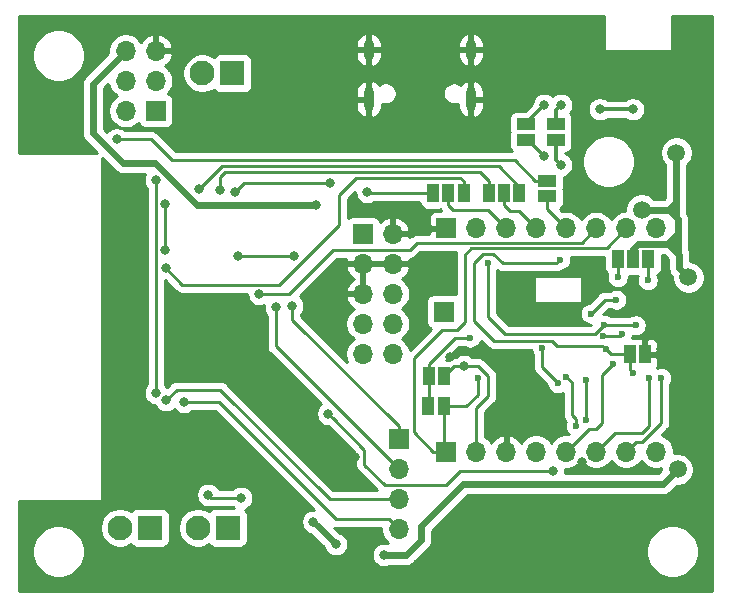
<source format=gbr>
G04 #@! TF.GenerationSoftware,KiCad,Pcbnew,(5.1.5)-2*
G04 #@! TF.CreationDate,2021-03-29T00:27:02+02:00*
G04 #@! TF.ProjectId,Versie1,56657273-6965-4312-9e6b-696361645f70,rev?*
G04 #@! TF.SameCoordinates,Original*
G04 #@! TF.FileFunction,Copper,L2,Bot*
G04 #@! TF.FilePolarity,Positive*
%FSLAX46Y46*%
G04 Gerber Fmt 4.6, Leading zero omitted, Abs format (unit mm)*
G04 Created by KiCad (PCBNEW (5.1.5)-2) date 2021-03-29 00:27:02*
%MOMM*%
%LPD*%
G04 APERTURE LIST*
%ADD10R,1.700000X1.700000*%
%ADD11O,1.700000X1.700000*%
%ADD12R,1.500000X1.000000*%
%ADD13R,1.000000X1.500000*%
%ADD14O,0.900000X2.000000*%
%ADD15O,0.900000X1.700000*%
%ADD16C,2.100000*%
%ADD17R,2.100000X2.100000*%
%ADD18C,0.600000*%
%ADD19C,0.800000*%
%ADD20C,1.500000*%
%ADD21C,0.300000*%
%ADD22C,0.600000*%
%ADD23C,0.250000*%
%ADD24C,0.500000*%
%ADD25C,0.254000*%
G04 APERTURE END LIST*
D10*
X88773000Y-93091000D03*
D11*
X91313000Y-93091000D03*
X88773000Y-95631000D03*
X91313000Y-95631000D03*
X88773000Y-98171000D03*
X91313000Y-98171000D03*
X88773000Y-100711000D03*
X91313000Y-100711000D03*
X88773000Y-103251000D03*
X91313000Y-103251000D03*
D10*
X71247000Y-82677000D03*
D11*
X68707000Y-82677000D03*
X71247000Y-80137000D03*
X68707000Y-80137000D03*
X71247000Y-77597000D03*
X68707000Y-77597000D03*
D10*
X95835000Y-92613500D03*
D11*
X98375000Y-92613500D03*
X100915000Y-92613500D03*
X103455000Y-92613500D03*
X105995000Y-92613500D03*
X108535000Y-92613500D03*
X111075000Y-92613500D03*
X113615000Y-92613500D03*
X113615000Y-111536500D03*
X111075000Y-111536500D03*
X108535000Y-111536500D03*
X105995000Y-111536500D03*
X103455000Y-111536500D03*
X100915000Y-111536500D03*
X98375000Y-111536500D03*
D10*
X95835000Y-111536500D03*
X95631000Y-99695000D03*
D12*
X104394000Y-89931000D03*
X104394000Y-88631000D03*
D13*
X102041000Y-89662000D03*
X100741000Y-89662000D03*
X99441000Y-89662000D03*
X94712000Y-89662000D03*
X96012000Y-89662000D03*
X97312000Y-89662000D03*
X112664000Y-103281500D03*
X111364000Y-103281500D03*
X110363000Y-95250000D03*
X111663000Y-95250000D03*
X112963000Y-95250000D03*
D10*
X91821000Y-110490000D03*
D11*
X91821000Y-113030000D03*
X91821000Y-115570000D03*
X91821000Y-118110000D03*
D14*
X97919000Y-81686000D03*
X89279000Y-81686000D03*
D15*
X97919000Y-77516000D03*
X89279000Y-77516000D03*
D13*
X94331000Y-107696000D03*
X95631000Y-107696000D03*
X95646000Y-105156000D03*
X94346000Y-105156000D03*
D16*
X75184000Y-79502000D03*
D17*
X77724000Y-79502000D03*
X70739000Y-117983000D03*
D16*
X68199000Y-117983000D03*
D17*
X77343000Y-117983000D03*
D16*
X74803000Y-117983000D03*
D12*
X102565200Y-83820000D03*
X102565200Y-85120000D03*
X105117900Y-85120000D03*
X105117900Y-83820000D03*
D18*
X104725000Y-109631500D03*
D19*
X73660000Y-81280000D03*
X78867000Y-112649000D03*
X81407000Y-114935000D03*
X78740000Y-120396000D03*
X77724000Y-120396000D03*
X76581000Y-120396000D03*
X71501000Y-115443000D03*
X67691000Y-114935000D03*
X66040000Y-116713000D03*
X75946000Y-112649000D03*
X74041000Y-114681000D03*
X74295000Y-115697000D03*
X68326000Y-121412000D03*
X69469000Y-122301000D03*
X68072000Y-106807000D03*
X69215000Y-106807000D03*
X68072000Y-105664000D03*
X69215000Y-105664000D03*
X95758000Y-95377000D03*
X95758000Y-96393000D03*
X95758000Y-97409000D03*
X93472000Y-100330000D03*
X93091000Y-101600000D03*
X94107000Y-101346000D03*
X100711000Y-97663000D03*
X100711000Y-98679000D03*
X100838000Y-99949000D03*
X101981000Y-109601000D03*
X99695000Y-109728000D03*
X100838000Y-109601000D03*
X107061000Y-77216000D03*
X107188000Y-78359000D03*
X107061000Y-79502000D03*
X77089000Y-82804000D03*
X75946000Y-82804000D03*
X76454000Y-81661000D03*
X84836000Y-112903000D03*
X88138000Y-112014000D03*
X107315000Y-112432000D03*
X79883000Y-106172000D03*
X81153000Y-106172000D03*
X82423000Y-106172000D03*
X81153000Y-104902000D03*
X79883000Y-104902000D03*
X93472000Y-92583000D03*
X106426000Y-99314000D03*
X96139000Y-103505000D03*
X112077500Y-79565500D03*
X115189000Y-82169000D03*
X115189000Y-81026000D03*
X115189000Y-79883000D03*
X115189000Y-78613000D03*
X112903000Y-84074000D03*
X114046000Y-101854000D03*
X114046000Y-102870000D03*
X117602000Y-101854000D03*
X117602000Y-102870000D03*
X95250000Y-119126000D03*
X96266000Y-118110000D03*
X97282000Y-117094000D03*
X98298000Y-116078000D03*
D20*
X80772000Y-78486000D03*
X80772000Y-80645000D03*
D18*
X103963000Y-102773500D03*
X97867000Y-101884500D03*
D19*
X84836000Y-90678000D03*
D20*
X112395000Y-91059000D03*
X115316000Y-86233000D03*
X116332000Y-96774000D03*
D18*
X105277036Y-105729208D03*
X109982000Y-104140000D03*
X110241358Y-98673642D03*
X108098403Y-99843403D03*
X99391000Y-95598000D03*
X109183153Y-100801153D03*
X113030000Y-105283000D03*
X111887000Y-100838000D03*
D19*
X80010000Y-98171000D03*
D18*
X109119653Y-101753653D03*
X110697001Y-101600000D03*
X105487000Y-95280500D03*
X109347000Y-102870000D03*
X111633000Y-104902000D03*
X107646000Y-108869500D03*
D19*
X85852000Y-108331000D03*
X104902000Y-113157000D03*
D18*
X107645200Y-105498900D03*
X105995000Y-105186500D03*
X106807000Y-109347000D03*
X114046000Y-105283000D03*
X98502000Y-105313500D03*
D19*
X97359000Y-104297500D03*
X71247000Y-88519000D03*
X71247000Y-106553000D03*
X90551000Y-120269000D03*
D20*
X115443000Y-113030000D03*
D19*
X108839000Y-82550000D03*
X111633000Y-82550000D03*
X104140000Y-82169000D03*
X104140000Y-86487000D03*
X72009000Y-90551000D03*
X72009000Y-94488000D03*
X82931000Y-94996000D03*
X78232000Y-94996000D03*
X67945000Y-85090000D03*
X74930000Y-89281000D03*
X76708000Y-89408000D03*
X72078315Y-96012000D03*
X89154000Y-89535000D03*
X85979000Y-88773000D03*
X77978000Y-89535000D03*
D18*
X110363000Y-96774000D03*
X112903000Y-97028000D03*
D19*
X78486000Y-115443000D03*
X75692000Y-115189000D03*
X105537000Y-82169000D03*
X105537000Y-87249000D03*
X82804000Y-99187000D03*
X81407000Y-99314000D03*
X72136000Y-107188000D03*
X73660000Y-107315000D03*
X84582000Y-117475000D03*
X86487000Y-119380000D03*
D21*
X84836000Y-112903000D02*
X85852000Y-111887000D01*
X85852000Y-111887000D02*
X88011000Y-111887000D01*
X88011000Y-111887000D02*
X88138000Y-112014000D01*
D22*
X114046000Y-101854000D02*
X117602000Y-101854000D01*
X114046000Y-102870000D02*
X117602000Y-102870000D01*
D23*
X103963000Y-102773500D02*
X103963000Y-104297500D01*
X94346000Y-104156000D02*
X94346000Y-105156000D01*
X96617500Y-101884500D02*
X94346000Y-104156000D01*
X97867000Y-101884500D02*
X96617500Y-101884500D01*
X94346000Y-107681000D02*
X94331000Y-107696000D01*
X94346000Y-105156000D02*
X94346000Y-107681000D01*
D22*
X74738002Y-90678000D02*
X84836000Y-90678000D01*
X65913000Y-80391000D02*
X65913000Y-84582000D01*
X65913000Y-84582000D02*
X68453000Y-87122000D01*
X68707000Y-77597000D02*
X65913000Y-80391000D01*
X68453000Y-87122000D02*
X71182002Y-87122000D01*
X71182002Y-87122000D02*
X74738002Y-90678000D01*
X115316000Y-89027000D02*
X115316000Y-86233000D01*
X111663000Y-94399998D02*
X112082998Y-93980000D01*
X111663000Y-95250000D02*
X111663000Y-94399998D01*
X114681000Y-93980000D02*
X115443000Y-94742000D01*
X114554000Y-93980000D02*
X114681000Y-93980000D01*
X112082998Y-93980000D02*
X114554000Y-93980000D01*
X115443000Y-94742000D02*
X115443000Y-93980000D01*
X114554000Y-93980000D02*
X115443000Y-93980000D01*
X114554000Y-93980000D02*
X115443000Y-93091000D01*
X115443000Y-93980000D02*
X115443000Y-93091000D01*
X115443000Y-93091000D02*
X115443000Y-92443498D01*
X112395000Y-91059000D02*
X114681000Y-91059000D01*
X115443000Y-91821000D02*
X115443000Y-92443498D01*
X114681000Y-91059000D02*
X115443000Y-91821000D01*
X114681000Y-91059000D02*
X115316000Y-90424000D01*
X115316000Y-90424000D02*
X115316000Y-89027000D01*
X115316000Y-91694000D02*
X115443000Y-91821000D01*
X115316000Y-90424000D02*
X115316000Y-91694000D01*
X115582001Y-94881001D02*
X114681000Y-93980000D01*
X115582001Y-96024001D02*
X115582001Y-94881001D01*
X116332000Y-96774000D02*
X115582001Y-96024001D01*
D23*
X104877037Y-105329209D02*
X104877037Y-105321537D01*
X105277036Y-105729208D02*
X104877037Y-105329209D01*
X103963000Y-104407500D02*
X103963000Y-104297500D01*
X104877037Y-105321537D02*
X103963000Y-104407500D01*
X103455000Y-92613500D02*
X102027500Y-91186000D01*
X101265000Y-91186000D02*
X100741000Y-90662000D01*
X100741000Y-90662000D02*
X100741000Y-89662000D01*
X102027500Y-91186000D02*
X101265000Y-91186000D01*
X107519000Y-110012500D02*
X107900000Y-109631500D01*
X108535000Y-109631500D02*
X109043000Y-109123500D01*
X107900000Y-109631500D02*
X108535000Y-109631500D01*
X105995000Y-111536500D02*
X106844999Y-110686501D01*
X106844999Y-110686501D02*
X107519000Y-110012500D01*
X109043000Y-109123500D02*
X109043000Y-105079000D01*
X109043000Y-105079000D02*
X109982000Y-104140000D01*
X110241358Y-98673642D02*
X109268164Y-98673642D01*
X109268164Y-98673642D02*
X108098403Y-99843403D01*
X108535000Y-111536500D02*
X109384999Y-110686501D01*
X109384999Y-110686501D02*
X110122500Y-109949000D01*
X100915000Y-92613500D02*
X99360500Y-91059000D01*
X96012000Y-90662000D02*
X96012000Y-89662000D01*
X96409000Y-91059000D02*
X96012000Y-90662000D01*
X99360500Y-91059000D02*
X96409000Y-91059000D01*
X99391000Y-100106500D02*
X99391000Y-95598000D01*
X100851500Y-101567000D02*
X99391000Y-100106500D01*
X109183153Y-100801153D02*
X108417306Y-101567000D01*
X108417306Y-101567000D02*
X100851500Y-101567000D01*
X110122500Y-109949000D02*
X112428000Y-109949000D01*
X112428000Y-109949000D02*
X113030000Y-109347000D01*
X113030000Y-109347000D02*
X113030000Y-105283000D01*
X109220000Y-100838000D02*
X109183153Y-100801153D01*
X111887000Y-100838000D02*
X109220000Y-100838000D01*
X108535000Y-92613500D02*
X107295500Y-93853000D01*
X96373520Y-93872480D02*
X93325520Y-93872480D01*
X107295500Y-93853000D02*
X96393000Y-93853000D01*
X96393000Y-93853000D02*
X96373520Y-93872480D01*
X92742001Y-94455999D02*
X86265001Y-94455999D01*
X93325520Y-93872480D02*
X92742001Y-94455999D01*
X86265001Y-94455999D02*
X83566000Y-97155000D01*
X83566000Y-97155000D02*
X82550000Y-98171000D01*
X82550000Y-98171000D02*
X80010000Y-98171000D01*
X109119653Y-101753653D02*
X109685338Y-101753653D01*
X109685338Y-101753653D02*
X110543348Y-101753653D01*
X110543348Y-101753653D02*
X110697001Y-101600000D01*
X104394000Y-91012500D02*
X104394000Y-89931000D01*
X105995000Y-92613500D02*
X104394000Y-91012500D01*
X109758500Y-103281500D02*
X109347000Y-102870000D01*
X105169500Y-95598000D02*
X105487000Y-95280500D01*
X99835500Y-94772500D02*
X100661000Y-95598000D01*
X98184500Y-100487500D02*
X98184500Y-95534500D01*
X109043995Y-102566995D02*
X105216995Y-102566995D01*
X100661000Y-95598000D02*
X105169500Y-95598000D01*
X98946500Y-94772500D02*
X99835500Y-94772500D01*
X105216995Y-102566995D02*
X104798499Y-102148499D01*
X98184500Y-95534500D02*
X98946500Y-94772500D01*
X109347000Y-102870000D02*
X109043995Y-102566995D01*
X104798499Y-102148499D02*
X99845499Y-102148499D01*
X99845499Y-102148499D02*
X98184500Y-100487500D01*
X109758500Y-103281500D02*
X111364000Y-103281500D01*
X111364000Y-103281500D02*
X111364000Y-104633000D01*
X111364000Y-104633000D02*
X111633000Y-104902000D01*
X85852000Y-108331000D02*
X86251999Y-108730999D01*
X86251999Y-108730999D02*
X88900000Y-111379000D01*
X88900000Y-111379000D02*
X88900000Y-112649000D01*
X90645999Y-114394999D02*
X95790001Y-114394999D01*
X88900000Y-112649000D02*
X90645999Y-114394999D01*
X95790001Y-114394999D02*
X97028000Y-113157000D01*
X97028000Y-113157000D02*
X104902000Y-113157000D01*
X107646000Y-108869500D02*
X107646000Y-105499700D01*
X107646000Y-105499700D02*
X107645200Y-105498900D01*
X105995000Y-105186500D02*
X106376000Y-105567500D01*
X106376000Y-105567500D02*
X106503000Y-105694500D01*
X106503000Y-108477315D02*
X106503000Y-105694500D01*
X106807000Y-108781315D02*
X106503000Y-108477315D01*
X106807000Y-109347000D02*
X106807000Y-108781315D01*
X111924999Y-110686501D02*
X112452499Y-110686501D01*
X111075000Y-111536500D02*
X111924999Y-110686501D01*
X112452499Y-110686501D02*
X114046000Y-109093000D01*
X114046000Y-109093000D02*
X114046000Y-105283000D01*
X98502000Y-105313500D02*
X98502000Y-106710500D01*
X109424000Y-94264500D02*
X111075000Y-92613500D01*
X95631000Y-111332500D02*
X95835000Y-111536500D01*
X95631000Y-107696000D02*
X95631000Y-111332500D01*
X97516500Y-107696000D02*
X98502000Y-106710500D01*
X95631000Y-107696000D02*
X97516500Y-107696000D01*
X109366010Y-94322490D02*
X109424000Y-94264500D01*
X96774000Y-101219000D02*
X97409000Y-100584000D01*
X95504000Y-101219000D02*
X96774000Y-101219000D01*
X97955510Y-94322490D02*
X109366010Y-94322490D01*
X97409000Y-94869000D02*
X97955510Y-94322490D01*
X97409000Y-100584000D02*
X97409000Y-94869000D01*
X93091000Y-103632000D02*
X95504000Y-101219000D01*
X94735000Y-111536500D02*
X93091000Y-109892500D01*
X95835000Y-111536500D02*
X94735000Y-111536500D01*
X93091000Y-109892500D02*
X93091000Y-103632000D01*
X98375000Y-107853500D02*
X99391000Y-106837500D01*
X98375000Y-111536500D02*
X98375000Y-107853500D01*
X99391000Y-106837500D02*
X99391000Y-105129498D01*
X99391000Y-105129498D02*
X98559002Y-104297500D01*
X98559002Y-104297500D02*
X97359000Y-104297500D01*
X96504500Y-104297500D02*
X95646000Y-105156000D01*
X97359000Y-104297500D02*
X96504500Y-104297500D01*
X71247000Y-88519000D02*
X71247000Y-106553000D01*
D22*
X92202000Y-120269000D02*
X90551000Y-120269000D01*
X92456000Y-120269000D02*
X92202000Y-120269000D01*
X114173000Y-114300000D02*
X97282000Y-114300000D01*
X97282000Y-114300000D02*
X93726000Y-117856000D01*
X93726000Y-117856000D02*
X93726000Y-118999000D01*
X115443000Y-113030000D02*
X114173000Y-114300000D01*
X93726000Y-118999000D02*
X92456000Y-120269000D01*
D21*
X111633000Y-82550000D02*
X108839000Y-82550000D01*
X102773000Y-85120000D02*
X104140000Y-86487000D01*
X102565200Y-85120000D02*
X102773000Y-85120000D01*
D23*
X72009000Y-90551000D02*
X72009000Y-94488000D01*
X82931000Y-94996000D02*
X78232000Y-94996000D01*
X103394000Y-88631000D02*
X101631000Y-86868000D01*
X104394000Y-88631000D02*
X103394000Y-88631000D01*
X101631000Y-86868000D02*
X72644000Y-86868000D01*
X70866000Y-85090000D02*
X67945000Y-85090000D01*
X72644000Y-86868000D02*
X70866000Y-85090000D01*
X76835000Y-87376000D02*
X74930000Y-89281000D01*
X100290002Y-87376000D02*
X76835000Y-87376000D01*
X102041000Y-89126998D02*
X100290002Y-87376000D01*
X102041000Y-89662000D02*
X102041000Y-89126998D01*
X77089000Y-87884000D02*
X76708000Y-88265000D01*
X76708000Y-88265000D02*
X76708000Y-89408000D01*
X98663000Y-87884000D02*
X77089000Y-87884000D01*
X99441000Y-88662000D02*
X98663000Y-87884000D01*
X99441000Y-89662000D02*
X99441000Y-88662000D01*
X73475315Y-97409000D02*
X72078315Y-96012000D01*
X81661000Y-97409000D02*
X73475315Y-97409000D01*
X86741000Y-92329000D02*
X81661000Y-97409000D01*
X97312000Y-88662000D02*
X97042000Y-88392000D01*
X97312000Y-89662000D02*
X97312000Y-88662000D01*
X97042000Y-88392000D02*
X88195002Y-88392000D01*
X88195002Y-88392000D02*
X86741000Y-89846002D01*
X86741000Y-89846002D02*
X86741000Y-92329000D01*
X85979000Y-88773000D02*
X78740000Y-88773000D01*
X78740000Y-88773000D02*
X77978000Y-89535000D01*
X89281000Y-89662000D02*
X89154000Y-89535000D01*
X94712000Y-89662000D02*
X89281000Y-89662000D01*
X110363000Y-96774000D02*
X110363000Y-95250000D01*
X112903000Y-95310000D02*
X112963000Y-95250000D01*
X112903000Y-97028000D02*
X112903000Y-95310000D01*
X78486000Y-115443000D02*
X75946000Y-115443000D01*
X75946000Y-115443000D02*
X75692000Y-115189000D01*
D21*
X105117900Y-86829900D02*
X105537000Y-87249000D01*
X105117900Y-85120000D02*
X105117900Y-86829900D01*
D23*
X91821000Y-109390000D02*
X82804000Y-100373000D01*
X91821000Y-110490000D02*
X91821000Y-109390000D01*
X82804000Y-100373000D02*
X82804000Y-99187000D01*
X91821000Y-113030000D02*
X90971001Y-112180001D01*
X90971001Y-112180001D02*
X81407000Y-102616000D01*
X81407000Y-102616000D02*
X81407000Y-99314000D01*
X73025000Y-106299000D02*
X72136000Y-107188000D01*
X76708000Y-106299000D02*
X76073000Y-106299000D01*
X85979000Y-115570000D02*
X76708000Y-106299000D01*
X91821000Y-115570000D02*
X85979000Y-115570000D01*
X76073000Y-106299000D02*
X73025000Y-106299000D01*
X91821000Y-118110000D02*
X90971001Y-117260001D01*
X76581000Y-107315000D02*
X73660000Y-107315000D01*
X90971001Y-117260001D02*
X86526001Y-117260001D01*
X86526001Y-117260001D02*
X85979000Y-116713000D01*
X85979000Y-116713000D02*
X76581000Y-107315000D01*
D24*
X84582000Y-117475000D02*
X84981999Y-117874999D01*
X84981999Y-117874999D02*
X86487000Y-119380000D01*
D21*
X102565200Y-83743800D02*
X104140000Y-82169000D01*
X102565200Y-83820000D02*
X102565200Y-83743800D01*
X105117900Y-82588100D02*
X105537000Y-82169000D01*
X105117900Y-83820000D02*
X105117900Y-82588100D01*
D25*
G36*
X109220000Y-77470000D02*
G01*
X109222440Y-77494776D01*
X109229667Y-77518601D01*
X109241403Y-77540557D01*
X109257197Y-77559803D01*
X109276443Y-77575597D01*
X109298399Y-77587333D01*
X109322224Y-77594560D01*
X109347000Y-77597000D01*
X114808000Y-77597000D01*
X114832776Y-77594560D01*
X114856601Y-77587333D01*
X114878557Y-77575597D01*
X114897803Y-77559803D01*
X114913597Y-77540557D01*
X114925333Y-77518601D01*
X114932560Y-77494776D01*
X114935000Y-77470000D01*
X114935000Y-74660000D01*
X118340000Y-74660000D01*
X118340001Y-122967572D01*
X118340000Y-122967582D01*
X118340000Y-123340000D01*
X59660000Y-123340000D01*
X59660000Y-119779872D01*
X60765000Y-119779872D01*
X60765000Y-120220128D01*
X60850890Y-120651925D01*
X61019369Y-121058669D01*
X61263962Y-121424729D01*
X61575271Y-121736038D01*
X61941331Y-121980631D01*
X62348075Y-122149110D01*
X62779872Y-122235000D01*
X63220128Y-122235000D01*
X63651925Y-122149110D01*
X64058669Y-121980631D01*
X64424729Y-121736038D01*
X64736038Y-121424729D01*
X64980631Y-121058669D01*
X65149110Y-120651925D01*
X65235000Y-120220128D01*
X65235000Y-119779872D01*
X65149110Y-119348075D01*
X64980631Y-118941331D01*
X64736038Y-118575271D01*
X64424729Y-118263962D01*
X64058669Y-118019369D01*
X63651925Y-117850890D01*
X63481761Y-117817042D01*
X66514000Y-117817042D01*
X66514000Y-118148958D01*
X66578754Y-118474496D01*
X66705772Y-118781147D01*
X66890175Y-119057125D01*
X67124875Y-119291825D01*
X67400853Y-119476228D01*
X67707504Y-119603246D01*
X68033042Y-119668000D01*
X68364958Y-119668000D01*
X68690496Y-119603246D01*
X68997147Y-119476228D01*
X69150958Y-119373454D01*
X69158463Y-119387494D01*
X69237815Y-119484185D01*
X69334506Y-119563537D01*
X69444820Y-119622502D01*
X69564518Y-119658812D01*
X69689000Y-119671072D01*
X71789000Y-119671072D01*
X71913482Y-119658812D01*
X72033180Y-119622502D01*
X72143494Y-119563537D01*
X72240185Y-119484185D01*
X72319537Y-119387494D01*
X72378502Y-119277180D01*
X72414812Y-119157482D01*
X72427072Y-119033000D01*
X72427072Y-117817042D01*
X73118000Y-117817042D01*
X73118000Y-118148958D01*
X73182754Y-118474496D01*
X73309772Y-118781147D01*
X73494175Y-119057125D01*
X73728875Y-119291825D01*
X74004853Y-119476228D01*
X74311504Y-119603246D01*
X74637042Y-119668000D01*
X74968958Y-119668000D01*
X75294496Y-119603246D01*
X75601147Y-119476228D01*
X75754958Y-119373454D01*
X75762463Y-119387494D01*
X75841815Y-119484185D01*
X75938506Y-119563537D01*
X76048820Y-119622502D01*
X76168518Y-119658812D01*
X76293000Y-119671072D01*
X78393000Y-119671072D01*
X78517482Y-119658812D01*
X78637180Y-119622502D01*
X78747494Y-119563537D01*
X78844185Y-119484185D01*
X78923537Y-119387494D01*
X78982502Y-119277180D01*
X79018812Y-119157482D01*
X79031072Y-119033000D01*
X79031072Y-116933000D01*
X79018812Y-116808518D01*
X78982502Y-116688820D01*
X78923537Y-116578506D01*
X78844185Y-116481815D01*
X78790007Y-116437352D01*
X78976256Y-116360205D01*
X79145774Y-116246937D01*
X79289937Y-116102774D01*
X79403205Y-115933256D01*
X79481226Y-115744898D01*
X79521000Y-115544939D01*
X79521000Y-115341061D01*
X79481226Y-115141102D01*
X79403205Y-114952744D01*
X79289937Y-114783226D01*
X79145774Y-114639063D01*
X78976256Y-114525795D01*
X78787898Y-114447774D01*
X78587939Y-114408000D01*
X78384061Y-114408000D01*
X78184102Y-114447774D01*
X77995744Y-114525795D01*
X77826226Y-114639063D01*
X77782289Y-114683000D01*
X76598685Y-114683000D01*
X76495937Y-114529226D01*
X76351774Y-114385063D01*
X76182256Y-114271795D01*
X75993898Y-114193774D01*
X75793939Y-114154000D01*
X75590061Y-114154000D01*
X75390102Y-114193774D01*
X75201744Y-114271795D01*
X75032226Y-114385063D01*
X74888063Y-114529226D01*
X74774795Y-114698744D01*
X74696774Y-114887102D01*
X74657000Y-115087061D01*
X74657000Y-115290939D01*
X74696774Y-115490898D01*
X74774795Y-115679256D01*
X74888063Y-115848774D01*
X75032226Y-115992937D01*
X75201744Y-116106205D01*
X75390102Y-116184226D01*
X75590061Y-116224000D01*
X75793939Y-116224000D01*
X75902545Y-116202397D01*
X75908667Y-116203000D01*
X75908676Y-116203000D01*
X75945999Y-116206676D01*
X75983322Y-116203000D01*
X77782289Y-116203000D01*
X77826226Y-116246937D01*
X77898050Y-116294928D01*
X76293000Y-116294928D01*
X76168518Y-116307188D01*
X76048820Y-116343498D01*
X75938506Y-116402463D01*
X75841815Y-116481815D01*
X75762463Y-116578506D01*
X75754958Y-116592546D01*
X75601147Y-116489772D01*
X75294496Y-116362754D01*
X74968958Y-116298000D01*
X74637042Y-116298000D01*
X74311504Y-116362754D01*
X74004853Y-116489772D01*
X73728875Y-116674175D01*
X73494175Y-116908875D01*
X73309772Y-117184853D01*
X73182754Y-117491504D01*
X73118000Y-117817042D01*
X72427072Y-117817042D01*
X72427072Y-116933000D01*
X72414812Y-116808518D01*
X72378502Y-116688820D01*
X72319537Y-116578506D01*
X72240185Y-116481815D01*
X72143494Y-116402463D01*
X72033180Y-116343498D01*
X71913482Y-116307188D01*
X71789000Y-116294928D01*
X69689000Y-116294928D01*
X69564518Y-116307188D01*
X69444820Y-116343498D01*
X69334506Y-116402463D01*
X69237815Y-116481815D01*
X69158463Y-116578506D01*
X69150958Y-116592546D01*
X68997147Y-116489772D01*
X68690496Y-116362754D01*
X68364958Y-116298000D01*
X68033042Y-116298000D01*
X67707504Y-116362754D01*
X67400853Y-116489772D01*
X67124875Y-116674175D01*
X66890175Y-116908875D01*
X66705772Y-117184853D01*
X66578754Y-117491504D01*
X66514000Y-117817042D01*
X63481761Y-117817042D01*
X63220128Y-117765000D01*
X62779872Y-117765000D01*
X62348075Y-117850890D01*
X61941331Y-118019369D01*
X61575271Y-118263962D01*
X61263962Y-118575271D01*
X61019369Y-118941331D01*
X60850890Y-119348075D01*
X60765000Y-119779872D01*
X59660000Y-119779872D01*
X59660000Y-115697000D01*
X66548000Y-115697000D01*
X66572776Y-115694560D01*
X66596601Y-115687333D01*
X66618557Y-115675597D01*
X66637803Y-115659803D01*
X66653597Y-115640557D01*
X66665333Y-115618601D01*
X66672560Y-115594776D01*
X66675000Y-115570000D01*
X66675000Y-86666290D01*
X67759374Y-87750664D01*
X67788656Y-87786344D01*
X67931028Y-87903186D01*
X68093460Y-87990007D01*
X68201044Y-88022642D01*
X68269707Y-88043471D01*
X68288110Y-88045283D01*
X68407068Y-88057000D01*
X68407074Y-88057000D01*
X68452999Y-88061523D01*
X68498924Y-88057000D01*
X70318091Y-88057000D01*
X70251774Y-88217102D01*
X70212000Y-88417061D01*
X70212000Y-88620939D01*
X70251774Y-88820898D01*
X70329795Y-89009256D01*
X70443063Y-89178774D01*
X70487000Y-89222711D01*
X70487001Y-105849288D01*
X70443063Y-105893226D01*
X70329795Y-106062744D01*
X70251774Y-106251102D01*
X70212000Y-106451061D01*
X70212000Y-106654939D01*
X70251774Y-106854898D01*
X70329795Y-107043256D01*
X70443063Y-107212774D01*
X70587226Y-107356937D01*
X70756744Y-107470205D01*
X70945102Y-107548226D01*
X71145061Y-107588000D01*
X71181409Y-107588000D01*
X71218795Y-107678256D01*
X71332063Y-107847774D01*
X71476226Y-107991937D01*
X71645744Y-108105205D01*
X71834102Y-108183226D01*
X72034061Y-108223000D01*
X72237939Y-108223000D01*
X72437898Y-108183226D01*
X72626256Y-108105205D01*
X72795774Y-107991937D01*
X72838789Y-107948922D01*
X72856063Y-107974774D01*
X73000226Y-108118937D01*
X73169744Y-108232205D01*
X73358102Y-108310226D01*
X73558061Y-108350000D01*
X73761939Y-108350000D01*
X73961898Y-108310226D01*
X74150256Y-108232205D01*
X74319774Y-108118937D01*
X74363711Y-108075000D01*
X76266199Y-108075000D01*
X84631198Y-116440000D01*
X84480061Y-116440000D01*
X84280102Y-116479774D01*
X84091744Y-116557795D01*
X83922226Y-116671063D01*
X83778063Y-116815226D01*
X83664795Y-116984744D01*
X83586774Y-117173102D01*
X83547000Y-117373061D01*
X83547000Y-117576939D01*
X83586774Y-117776898D01*
X83664795Y-117965256D01*
X83778063Y-118134774D01*
X83922226Y-118278937D01*
X84091744Y-118392205D01*
X84280102Y-118470226D01*
X84336957Y-118481535D01*
X85480465Y-119625044D01*
X85491774Y-119681898D01*
X85569795Y-119870256D01*
X85683063Y-120039774D01*
X85827226Y-120183937D01*
X85996744Y-120297205D01*
X86185102Y-120375226D01*
X86385061Y-120415000D01*
X86588939Y-120415000D01*
X86788898Y-120375226D01*
X86977256Y-120297205D01*
X87146774Y-120183937D01*
X87290937Y-120039774D01*
X87404205Y-119870256D01*
X87482226Y-119681898D01*
X87522000Y-119481939D01*
X87522000Y-119278061D01*
X87482226Y-119078102D01*
X87404205Y-118889744D01*
X87290937Y-118720226D01*
X87146774Y-118576063D01*
X86977256Y-118462795D01*
X86788898Y-118384774D01*
X86732044Y-118373465D01*
X86363475Y-118004897D01*
X86377015Y-118009004D01*
X86488668Y-118020001D01*
X86488677Y-118020001D01*
X86526000Y-118023677D01*
X86563323Y-118020001D01*
X90336000Y-118020001D01*
X90336000Y-118256260D01*
X90393068Y-118543158D01*
X90505010Y-118813411D01*
X90667525Y-119056632D01*
X90874368Y-119263475D01*
X90949939Y-119313970D01*
X90852898Y-119273774D01*
X90652939Y-119234000D01*
X90449061Y-119234000D01*
X90249102Y-119273774D01*
X90060744Y-119351795D01*
X89891226Y-119465063D01*
X89747063Y-119609226D01*
X89633795Y-119778744D01*
X89555774Y-119967102D01*
X89516000Y-120167061D01*
X89516000Y-120370939D01*
X89555774Y-120570898D01*
X89633795Y-120759256D01*
X89747063Y-120928774D01*
X89891226Y-121072937D01*
X90060744Y-121186205D01*
X90249102Y-121264226D01*
X90449061Y-121304000D01*
X90652939Y-121304000D01*
X90852898Y-121264226D01*
X90998295Y-121204000D01*
X92410068Y-121204000D01*
X92456000Y-121208524D01*
X92501932Y-121204000D01*
X92639292Y-121190471D01*
X92815540Y-121137007D01*
X92977972Y-121050186D01*
X93120344Y-120933344D01*
X93149630Y-120897659D01*
X94267417Y-119779872D01*
X112765000Y-119779872D01*
X112765000Y-120220128D01*
X112850890Y-120651925D01*
X113019369Y-121058669D01*
X113263962Y-121424729D01*
X113575271Y-121736038D01*
X113941331Y-121980631D01*
X114348075Y-122149110D01*
X114779872Y-122235000D01*
X115220128Y-122235000D01*
X115651925Y-122149110D01*
X116058669Y-121980631D01*
X116424729Y-121736038D01*
X116736038Y-121424729D01*
X116980631Y-121058669D01*
X117149110Y-120651925D01*
X117235000Y-120220128D01*
X117235000Y-119779872D01*
X117149110Y-119348075D01*
X116980631Y-118941331D01*
X116736038Y-118575271D01*
X116424729Y-118263962D01*
X116058669Y-118019369D01*
X115651925Y-117850890D01*
X115220128Y-117765000D01*
X114779872Y-117765000D01*
X114348075Y-117850890D01*
X113941331Y-118019369D01*
X113575271Y-118263962D01*
X113263962Y-118575271D01*
X113019369Y-118941331D01*
X112850890Y-119348075D01*
X112765000Y-119779872D01*
X94267417Y-119779872D01*
X94354664Y-119692626D01*
X94390344Y-119663344D01*
X94507186Y-119520972D01*
X94594007Y-119358540D01*
X94647471Y-119182292D01*
X94661000Y-119044932D01*
X94665524Y-118999001D01*
X94661000Y-118953069D01*
X94661000Y-118243289D01*
X97669290Y-115235000D01*
X114127068Y-115235000D01*
X114173000Y-115239524D01*
X114218932Y-115235000D01*
X114356292Y-115221471D01*
X114532540Y-115168007D01*
X114694972Y-115081186D01*
X114837344Y-114964344D01*
X114866630Y-114928659D01*
X115380289Y-114415000D01*
X115579411Y-114415000D01*
X115846989Y-114361775D01*
X116099043Y-114257371D01*
X116325886Y-114105799D01*
X116518799Y-113912886D01*
X116670371Y-113686043D01*
X116774775Y-113433989D01*
X116828000Y-113166411D01*
X116828000Y-112893589D01*
X116774775Y-112626011D01*
X116670371Y-112373957D01*
X116518799Y-112147114D01*
X116325886Y-111954201D01*
X116099043Y-111802629D01*
X115846989Y-111698225D01*
X115579411Y-111645000D01*
X115306589Y-111645000D01*
X115099310Y-111686231D01*
X115100000Y-111682760D01*
X115100000Y-111390240D01*
X115042932Y-111103342D01*
X114930990Y-110833089D01*
X114768475Y-110589868D01*
X114561632Y-110383025D01*
X114318411Y-110220510D01*
X114088517Y-110125285D01*
X114557004Y-109656798D01*
X114586001Y-109633001D01*
X114680974Y-109517276D01*
X114751546Y-109385247D01*
X114795003Y-109241986D01*
X114806000Y-109130333D01*
X114806000Y-109130325D01*
X114809676Y-109093000D01*
X114806000Y-109055675D01*
X114806000Y-105828535D01*
X114874586Y-105725889D01*
X114945068Y-105555729D01*
X114981000Y-105375089D01*
X114981000Y-105190911D01*
X114945068Y-105010271D01*
X114874586Y-104840111D01*
X114772262Y-104686972D01*
X114642028Y-104556738D01*
X114488889Y-104454414D01*
X114318729Y-104383932D01*
X114138089Y-104348000D01*
X113953911Y-104348000D01*
X113773271Y-104383932D01*
X113656553Y-104432278D01*
X113694537Y-104385994D01*
X113753502Y-104275680D01*
X113789812Y-104155982D01*
X113802072Y-104031500D01*
X113799000Y-103567250D01*
X113640250Y-103408500D01*
X112791000Y-103408500D01*
X112791000Y-103428500D01*
X112537000Y-103428500D01*
X112537000Y-103408500D01*
X112517000Y-103408500D01*
X112517000Y-103154500D01*
X112537000Y-103154500D01*
X112537000Y-102055250D01*
X112791000Y-102055250D01*
X112791000Y-103154500D01*
X113640250Y-103154500D01*
X113799000Y-102995750D01*
X113802072Y-102531500D01*
X113789812Y-102407018D01*
X113753502Y-102287320D01*
X113694537Y-102177006D01*
X113615185Y-102080315D01*
X113518494Y-102000963D01*
X113408180Y-101941998D01*
X113288482Y-101905688D01*
X113164000Y-101893428D01*
X112949750Y-101896500D01*
X112791000Y-102055250D01*
X112537000Y-102055250D01*
X112378250Y-101896500D01*
X112164000Y-101893428D01*
X112039518Y-101905688D01*
X112014000Y-101913429D01*
X111988482Y-101905688D01*
X111864000Y-101893428D01*
X111587495Y-101893428D01*
X111596069Y-101872729D01*
X111622720Y-101738749D01*
X111794911Y-101773000D01*
X111979089Y-101773000D01*
X112159729Y-101737068D01*
X112329889Y-101666586D01*
X112483028Y-101564262D01*
X112613262Y-101434028D01*
X112715586Y-101280889D01*
X112786068Y-101110729D01*
X112822000Y-100930089D01*
X112822000Y-100745911D01*
X112786068Y-100565271D01*
X112715586Y-100395111D01*
X112613262Y-100241972D01*
X112483028Y-100111738D01*
X112329889Y-100009414D01*
X112159729Y-99938932D01*
X111979089Y-99903000D01*
X111794911Y-99903000D01*
X111614271Y-99938932D01*
X111444111Y-100009414D01*
X111341465Y-100078000D01*
X109782290Y-100078000D01*
X109779181Y-100074891D01*
X109626042Y-99972567D01*
X109455882Y-99902085D01*
X109275242Y-99866153D01*
X109150454Y-99866153D01*
X109582966Y-99433642D01*
X109695823Y-99433642D01*
X109798469Y-99502228D01*
X109968629Y-99572710D01*
X110149269Y-99608642D01*
X110333447Y-99608642D01*
X110514087Y-99572710D01*
X110684247Y-99502228D01*
X110837386Y-99399904D01*
X110967620Y-99269670D01*
X111069944Y-99116531D01*
X111140426Y-98946371D01*
X111176358Y-98765731D01*
X111176358Y-98581553D01*
X111140426Y-98400913D01*
X111069944Y-98230753D01*
X110967620Y-98077614D01*
X110837386Y-97947380D01*
X110684247Y-97845056D01*
X110514087Y-97774574D01*
X110333447Y-97738642D01*
X110149269Y-97738642D01*
X109968629Y-97774574D01*
X109798469Y-97845056D01*
X109695823Y-97913642D01*
X109305487Y-97913642D01*
X109268164Y-97909966D01*
X109230841Y-97913642D01*
X109230831Y-97913642D01*
X109119178Y-97924639D01*
X108975917Y-97968096D01*
X108843888Y-98038668D01*
X108728163Y-98133641D01*
X108704365Y-98162639D01*
X107946754Y-98920250D01*
X107825674Y-98944335D01*
X107655514Y-99014817D01*
X107502375Y-99117141D01*
X107372141Y-99247375D01*
X107269817Y-99400514D01*
X107199335Y-99570674D01*
X107163403Y-99751314D01*
X107163403Y-99935492D01*
X107199335Y-100116132D01*
X107269817Y-100286292D01*
X107372141Y-100439431D01*
X107502375Y-100569665D01*
X107655514Y-100671989D01*
X107825674Y-100742471D01*
X108006314Y-100778403D01*
X108131102Y-100778403D01*
X108102505Y-100807000D01*
X101166302Y-100807000D01*
X100151000Y-99791699D01*
X100151000Y-96774000D01*
X103251000Y-96774000D01*
X103251000Y-98806000D01*
X103253440Y-98830776D01*
X103260667Y-98854601D01*
X103272403Y-98876557D01*
X103288197Y-98895803D01*
X103307443Y-98911597D01*
X103329399Y-98923333D01*
X103353224Y-98930560D01*
X103378000Y-98933000D01*
X107188000Y-98933000D01*
X107212776Y-98930560D01*
X107236601Y-98923333D01*
X107258557Y-98911597D01*
X107277803Y-98895803D01*
X107293597Y-98876557D01*
X107305333Y-98854601D01*
X107312560Y-98830776D01*
X107315000Y-98806000D01*
X107315000Y-96774000D01*
X107312560Y-96749224D01*
X107305333Y-96725399D01*
X107293597Y-96703443D01*
X107277803Y-96684197D01*
X107258557Y-96668403D01*
X107236601Y-96656667D01*
X107212776Y-96649440D01*
X107188000Y-96647000D01*
X103378000Y-96647000D01*
X103353224Y-96649440D01*
X103329399Y-96656667D01*
X103307443Y-96668403D01*
X103288197Y-96684197D01*
X103272403Y-96703443D01*
X103260667Y-96725399D01*
X103253440Y-96749224D01*
X103251000Y-96774000D01*
X100151000Y-96774000D01*
X100151000Y-96162622D01*
X100236724Y-96232974D01*
X100368753Y-96303546D01*
X100512014Y-96347003D01*
X100623667Y-96358000D01*
X100623676Y-96358000D01*
X100660999Y-96361676D01*
X100698322Y-96358000D01*
X105132178Y-96358000D01*
X105169500Y-96361676D01*
X105206822Y-96358000D01*
X105206833Y-96358000D01*
X105318486Y-96347003D01*
X105461747Y-96303546D01*
X105593776Y-96232974D01*
X105626579Y-96206054D01*
X105759729Y-96179568D01*
X105929889Y-96109086D01*
X106083028Y-96006762D01*
X106213262Y-95876528D01*
X106315586Y-95723389D01*
X106386068Y-95553229D01*
X106422000Y-95372589D01*
X106422000Y-95188411D01*
X106400931Y-95082490D01*
X109224928Y-95082490D01*
X109224928Y-96000000D01*
X109237188Y-96124482D01*
X109273498Y-96244180D01*
X109332463Y-96354494D01*
X109411815Y-96451185D01*
X109466193Y-96495812D01*
X109463932Y-96501271D01*
X109428000Y-96681911D01*
X109428000Y-96866089D01*
X109463932Y-97046729D01*
X109534414Y-97216889D01*
X109636738Y-97370028D01*
X109766972Y-97500262D01*
X109920111Y-97602586D01*
X110090271Y-97673068D01*
X110270911Y-97709000D01*
X110455089Y-97709000D01*
X110635729Y-97673068D01*
X110805889Y-97602586D01*
X110959028Y-97500262D01*
X111089262Y-97370028D01*
X111191586Y-97216889D01*
X111262068Y-97046729D01*
X111298000Y-96866089D01*
X111298000Y-96681911D01*
X111289280Y-96638072D01*
X112052477Y-96638072D01*
X112003932Y-96755271D01*
X111968000Y-96935911D01*
X111968000Y-97120089D01*
X112003932Y-97300729D01*
X112074414Y-97470889D01*
X112176738Y-97624028D01*
X112306972Y-97754262D01*
X112460111Y-97856586D01*
X112630271Y-97927068D01*
X112810911Y-97963000D01*
X112995089Y-97963000D01*
X113175729Y-97927068D01*
X113345889Y-97856586D01*
X113499028Y-97754262D01*
X113629262Y-97624028D01*
X113731586Y-97470889D01*
X113802068Y-97300729D01*
X113838000Y-97120089D01*
X113838000Y-96935911D01*
X113802068Y-96755271D01*
X113731586Y-96585111D01*
X113727325Y-96578734D01*
X113817494Y-96530537D01*
X113914185Y-96451185D01*
X113993537Y-96354494D01*
X114052502Y-96244180D01*
X114088812Y-96124482D01*
X114101072Y-96000000D01*
X114101072Y-94915000D01*
X114293711Y-94915000D01*
X114647002Y-95268291D01*
X114647001Y-95978068D01*
X114642477Y-96024001D01*
X114647001Y-96069932D01*
X114660530Y-96207292D01*
X114713994Y-96383540D01*
X114800815Y-96545972D01*
X114917657Y-96688345D01*
X114947000Y-96712426D01*
X114947000Y-96910411D01*
X115000225Y-97177989D01*
X115104629Y-97430043D01*
X115256201Y-97656886D01*
X115449114Y-97849799D01*
X115675957Y-98001371D01*
X115928011Y-98105775D01*
X116195589Y-98159000D01*
X116468411Y-98159000D01*
X116735989Y-98105775D01*
X116988043Y-98001371D01*
X117214886Y-97849799D01*
X117407799Y-97656886D01*
X117559371Y-97430043D01*
X117663775Y-97177989D01*
X117717000Y-96910411D01*
X117717000Y-96637589D01*
X117663775Y-96370011D01*
X117559371Y-96117957D01*
X117407799Y-95891114D01*
X117214886Y-95698201D01*
X116988043Y-95546629D01*
X116735989Y-95442225D01*
X116517001Y-95398665D01*
X116517001Y-94926933D01*
X116521525Y-94881001D01*
X116503472Y-94697709D01*
X116492943Y-94663000D01*
X116450008Y-94521461D01*
X116378000Y-94386742D01*
X116378000Y-94025931D01*
X116382524Y-93980000D01*
X116378000Y-93934068D01*
X116378000Y-93136931D01*
X116382524Y-93091000D01*
X116378000Y-93045068D01*
X116378000Y-91866935D01*
X116382524Y-91821000D01*
X116382522Y-91820974D01*
X116376664Y-91761503D01*
X116364472Y-91637708D01*
X116329380Y-91522027D01*
X116311007Y-91461460D01*
X116251000Y-91349194D01*
X116251000Y-90469931D01*
X116255524Y-90424000D01*
X116251000Y-90378065D01*
X116251000Y-87256685D01*
X116391799Y-87115886D01*
X116543371Y-86889043D01*
X116647775Y-86636989D01*
X116701000Y-86369411D01*
X116701000Y-86096589D01*
X116647775Y-85829011D01*
X116543371Y-85576957D01*
X116391799Y-85350114D01*
X116198886Y-85157201D01*
X115972043Y-85005629D01*
X115719989Y-84901225D01*
X115452411Y-84848000D01*
X115179589Y-84848000D01*
X114912011Y-84901225D01*
X114659957Y-85005629D01*
X114433114Y-85157201D01*
X114240201Y-85350114D01*
X114088629Y-85576957D01*
X113984225Y-85829011D01*
X113931000Y-86096589D01*
X113931000Y-86369411D01*
X113984225Y-86636989D01*
X114088629Y-86889043D01*
X114240201Y-87115886D01*
X114381001Y-87256686D01*
X114381000Y-89072931D01*
X114381001Y-89072941D01*
X114381000Y-90036711D01*
X114293711Y-90124000D01*
X113418685Y-90124000D01*
X113277886Y-89983201D01*
X113051043Y-89831629D01*
X112798989Y-89727225D01*
X112531411Y-89674000D01*
X112258589Y-89674000D01*
X111991011Y-89727225D01*
X111738957Y-89831629D01*
X111512114Y-89983201D01*
X111319201Y-90176114D01*
X111167629Y-90402957D01*
X111063225Y-90655011D01*
X111010000Y-90922589D01*
X111010000Y-91128500D01*
X110928740Y-91128500D01*
X110641842Y-91185568D01*
X110371589Y-91297510D01*
X110128368Y-91460025D01*
X109921525Y-91666868D01*
X109805000Y-91841260D01*
X109688475Y-91666868D01*
X109481632Y-91460025D01*
X109238411Y-91297510D01*
X108968158Y-91185568D01*
X108681260Y-91128500D01*
X108388740Y-91128500D01*
X108101842Y-91185568D01*
X107831589Y-91297510D01*
X107588368Y-91460025D01*
X107381525Y-91666868D01*
X107265000Y-91841260D01*
X107148475Y-91666868D01*
X106941632Y-91460025D01*
X106698411Y-91297510D01*
X106428158Y-91185568D01*
X106141260Y-91128500D01*
X105848740Y-91128500D01*
X105628592Y-91172291D01*
X105445933Y-90989632D01*
X105498494Y-90961537D01*
X105595185Y-90882185D01*
X105674537Y-90785494D01*
X105733502Y-90675180D01*
X105769812Y-90555482D01*
X105782072Y-90431000D01*
X105782072Y-89431000D01*
X105769812Y-89306518D01*
X105762071Y-89281000D01*
X105769812Y-89255482D01*
X105782072Y-89131000D01*
X105782072Y-88255529D01*
X105838898Y-88244226D01*
X106027256Y-88166205D01*
X106196774Y-88052937D01*
X106340937Y-87908774D01*
X106454205Y-87739256D01*
X106532226Y-87550898D01*
X106572000Y-87350939D01*
X106572000Y-87147061D01*
X106532226Y-86947102D01*
X106460886Y-86774872D01*
X107366000Y-86774872D01*
X107366000Y-87215128D01*
X107451890Y-87646925D01*
X107620369Y-88053669D01*
X107864962Y-88419729D01*
X108176271Y-88731038D01*
X108542331Y-88975631D01*
X108949075Y-89144110D01*
X109380872Y-89230000D01*
X109821128Y-89230000D01*
X110252925Y-89144110D01*
X110659669Y-88975631D01*
X111025729Y-88731038D01*
X111337038Y-88419729D01*
X111581631Y-88053669D01*
X111750110Y-87646925D01*
X111836000Y-87215128D01*
X111836000Y-86774872D01*
X111750110Y-86343075D01*
X111581631Y-85936331D01*
X111337038Y-85570271D01*
X111025729Y-85258962D01*
X110659669Y-85014369D01*
X110252925Y-84845890D01*
X109821128Y-84760000D01*
X109380872Y-84760000D01*
X108949075Y-84845890D01*
X108542331Y-85014369D01*
X108176271Y-85258962D01*
X107864962Y-85570271D01*
X107620369Y-85936331D01*
X107451890Y-86343075D01*
X107366000Y-86774872D01*
X106460886Y-86774872D01*
X106454205Y-86758744D01*
X106340937Y-86589226D01*
X106196774Y-86445063D01*
X106027256Y-86331795D01*
X105902900Y-86280285D01*
X105902900Y-86254625D01*
X105992382Y-86245812D01*
X106112080Y-86209502D01*
X106222394Y-86150537D01*
X106319085Y-86071185D01*
X106398437Y-85974494D01*
X106457402Y-85864180D01*
X106493712Y-85744482D01*
X106505972Y-85620000D01*
X106505972Y-84620000D01*
X106493712Y-84495518D01*
X106485971Y-84470000D01*
X106493712Y-84444482D01*
X106505972Y-84320000D01*
X106505972Y-83320000D01*
X106493712Y-83195518D01*
X106457402Y-83075820D01*
X106398437Y-82965506D01*
X106319085Y-82868815D01*
X106309095Y-82860616D01*
X106340937Y-82828774D01*
X106454205Y-82659256D01*
X106532226Y-82470898D01*
X106536768Y-82448061D01*
X107804000Y-82448061D01*
X107804000Y-82651939D01*
X107843774Y-82851898D01*
X107921795Y-83040256D01*
X108035063Y-83209774D01*
X108179226Y-83353937D01*
X108348744Y-83467205D01*
X108537102Y-83545226D01*
X108737061Y-83585000D01*
X108940939Y-83585000D01*
X109140898Y-83545226D01*
X109329256Y-83467205D01*
X109498774Y-83353937D01*
X109517711Y-83335000D01*
X110954289Y-83335000D01*
X110973226Y-83353937D01*
X111142744Y-83467205D01*
X111331102Y-83545226D01*
X111531061Y-83585000D01*
X111734939Y-83585000D01*
X111934898Y-83545226D01*
X112123256Y-83467205D01*
X112292774Y-83353937D01*
X112436937Y-83209774D01*
X112550205Y-83040256D01*
X112628226Y-82851898D01*
X112668000Y-82651939D01*
X112668000Y-82448061D01*
X112628226Y-82248102D01*
X112550205Y-82059744D01*
X112436937Y-81890226D01*
X112292774Y-81746063D01*
X112123256Y-81632795D01*
X111934898Y-81554774D01*
X111734939Y-81515000D01*
X111531061Y-81515000D01*
X111331102Y-81554774D01*
X111142744Y-81632795D01*
X110973226Y-81746063D01*
X110954289Y-81765000D01*
X109517711Y-81765000D01*
X109498774Y-81746063D01*
X109329256Y-81632795D01*
X109140898Y-81554774D01*
X108940939Y-81515000D01*
X108737061Y-81515000D01*
X108537102Y-81554774D01*
X108348744Y-81632795D01*
X108179226Y-81746063D01*
X108035063Y-81890226D01*
X107921795Y-82059744D01*
X107843774Y-82248102D01*
X107804000Y-82448061D01*
X106536768Y-82448061D01*
X106572000Y-82270939D01*
X106572000Y-82067061D01*
X106532226Y-81867102D01*
X106454205Y-81678744D01*
X106340937Y-81509226D01*
X106196774Y-81365063D01*
X106027256Y-81251795D01*
X105838898Y-81173774D01*
X105638939Y-81134000D01*
X105435061Y-81134000D01*
X105235102Y-81173774D01*
X105046744Y-81251795D01*
X104877226Y-81365063D01*
X104838500Y-81403789D01*
X104799774Y-81365063D01*
X104630256Y-81251795D01*
X104441898Y-81173774D01*
X104241939Y-81134000D01*
X104038061Y-81134000D01*
X103838102Y-81173774D01*
X103649744Y-81251795D01*
X103480226Y-81365063D01*
X103336063Y-81509226D01*
X103222795Y-81678744D01*
X103144774Y-81867102D01*
X103105000Y-82067061D01*
X103105000Y-82093843D01*
X102516915Y-82681928D01*
X101815200Y-82681928D01*
X101690718Y-82694188D01*
X101571020Y-82730498D01*
X101460706Y-82789463D01*
X101364015Y-82868815D01*
X101284663Y-82965506D01*
X101225698Y-83075820D01*
X101189388Y-83195518D01*
X101177128Y-83320000D01*
X101177128Y-84320000D01*
X101189388Y-84444482D01*
X101197129Y-84470000D01*
X101189388Y-84495518D01*
X101177128Y-84620000D01*
X101177128Y-85620000D01*
X101189388Y-85744482D01*
X101225698Y-85864180D01*
X101284663Y-85974494D01*
X101364015Y-86071185D01*
X101408874Y-86108000D01*
X72958802Y-86108000D01*
X71429804Y-84579003D01*
X71406001Y-84549999D01*
X71290276Y-84455026D01*
X71158247Y-84384454D01*
X71014986Y-84340997D01*
X70903333Y-84330000D01*
X70903322Y-84330000D01*
X70866000Y-84326324D01*
X70828678Y-84330000D01*
X68648711Y-84330000D01*
X68604774Y-84286063D01*
X68435256Y-84172795D01*
X68246898Y-84094774D01*
X68046939Y-84055000D01*
X67843061Y-84055000D01*
X67643102Y-84094774D01*
X67454744Y-84172795D01*
X67285226Y-84286063D01*
X67141063Y-84430226D01*
X67118013Y-84464723D01*
X66848000Y-84194711D01*
X66848000Y-80778289D01*
X67242080Y-80384209D01*
X67279068Y-80570158D01*
X67391010Y-80840411D01*
X67553525Y-81083632D01*
X67760368Y-81290475D01*
X67934760Y-81407000D01*
X67760368Y-81523525D01*
X67553525Y-81730368D01*
X67391010Y-81973589D01*
X67279068Y-82243842D01*
X67222000Y-82530740D01*
X67222000Y-82823260D01*
X67279068Y-83110158D01*
X67391010Y-83380411D01*
X67553525Y-83623632D01*
X67760368Y-83830475D01*
X68003589Y-83992990D01*
X68273842Y-84104932D01*
X68560740Y-84162000D01*
X68853260Y-84162000D01*
X69140158Y-84104932D01*
X69410411Y-83992990D01*
X69653632Y-83830475D01*
X69785487Y-83698620D01*
X69807498Y-83771180D01*
X69866463Y-83881494D01*
X69945815Y-83978185D01*
X70042506Y-84057537D01*
X70152820Y-84116502D01*
X70272518Y-84152812D01*
X70397000Y-84165072D01*
X72097000Y-84165072D01*
X72221482Y-84152812D01*
X72341180Y-84116502D01*
X72451494Y-84057537D01*
X72548185Y-83978185D01*
X72627537Y-83881494D01*
X72686502Y-83771180D01*
X72722812Y-83651482D01*
X72735072Y-83527000D01*
X72735072Y-81827000D01*
X72733694Y-81813000D01*
X88194000Y-81813000D01*
X88194000Y-82363000D01*
X88239624Y-82572233D01*
X88325191Y-82768545D01*
X88447413Y-82944391D01*
X88601592Y-83093014D01*
X88781803Y-83208702D01*
X88984999Y-83280408D01*
X89152000Y-83153502D01*
X89152000Y-81813000D01*
X88194000Y-81813000D01*
X72733694Y-81813000D01*
X72722812Y-81702518D01*
X72686502Y-81582820D01*
X72627537Y-81472506D01*
X72548185Y-81375815D01*
X72451494Y-81296463D01*
X72341180Y-81237498D01*
X72268620Y-81215487D01*
X72400475Y-81083632D01*
X72562990Y-80840411D01*
X72674932Y-80570158D01*
X72732000Y-80283260D01*
X72732000Y-79990740D01*
X72674932Y-79703842D01*
X72562990Y-79433589D01*
X72497812Y-79336042D01*
X73499000Y-79336042D01*
X73499000Y-79667958D01*
X73563754Y-79993496D01*
X73690772Y-80300147D01*
X73875175Y-80576125D01*
X74109875Y-80810825D01*
X74385853Y-80995228D01*
X74692504Y-81122246D01*
X75018042Y-81187000D01*
X75349958Y-81187000D01*
X75675496Y-81122246D01*
X75982147Y-80995228D01*
X76135958Y-80892454D01*
X76143463Y-80906494D01*
X76222815Y-81003185D01*
X76319506Y-81082537D01*
X76429820Y-81141502D01*
X76549518Y-81177812D01*
X76674000Y-81190072D01*
X78774000Y-81190072D01*
X78898482Y-81177812D01*
X79018180Y-81141502D01*
X79128494Y-81082537D01*
X79218099Y-81009000D01*
X88194000Y-81009000D01*
X88194000Y-81559000D01*
X89152000Y-81559000D01*
X89152000Y-80218498D01*
X89406000Y-80218498D01*
X89406000Y-81559000D01*
X89426000Y-81559000D01*
X89426000Y-81813000D01*
X89406000Y-81813000D01*
X89406000Y-83153502D01*
X89573001Y-83280408D01*
X89776197Y-83208702D01*
X89956408Y-83093014D01*
X90110587Y-82944391D01*
X90232809Y-82768545D01*
X90318376Y-82572233D01*
X90364000Y-82363000D01*
X90364000Y-82075133D01*
X90436271Y-82105068D01*
X90616911Y-82141000D01*
X90801089Y-82141000D01*
X90981729Y-82105068D01*
X91151889Y-82034586D01*
X91305028Y-81932262D01*
X91435262Y-81802028D01*
X91537586Y-81648889D01*
X91608068Y-81478729D01*
X91644000Y-81298089D01*
X91644000Y-81113911D01*
X95554000Y-81113911D01*
X95554000Y-81298089D01*
X95589932Y-81478729D01*
X95660414Y-81648889D01*
X95762738Y-81802028D01*
X95892972Y-81932262D01*
X96046111Y-82034586D01*
X96216271Y-82105068D01*
X96396911Y-82141000D01*
X96581089Y-82141000D01*
X96761729Y-82105068D01*
X96834000Y-82075133D01*
X96834000Y-82363000D01*
X96879624Y-82572233D01*
X96965191Y-82768545D01*
X97087413Y-82944391D01*
X97241592Y-83093014D01*
X97421803Y-83208702D01*
X97624999Y-83280408D01*
X97792000Y-83153502D01*
X97792000Y-81813000D01*
X98046000Y-81813000D01*
X98046000Y-83153502D01*
X98213001Y-83280408D01*
X98416197Y-83208702D01*
X98596408Y-83093014D01*
X98750587Y-82944391D01*
X98872809Y-82768545D01*
X98958376Y-82572233D01*
X99004000Y-82363000D01*
X99004000Y-81813000D01*
X98046000Y-81813000D01*
X97792000Y-81813000D01*
X97772000Y-81813000D01*
X97772000Y-81559000D01*
X97792000Y-81559000D01*
X97792000Y-80218498D01*
X98046000Y-80218498D01*
X98046000Y-81559000D01*
X99004000Y-81559000D01*
X99004000Y-81009000D01*
X98958376Y-80799767D01*
X98872809Y-80603455D01*
X98750587Y-80427609D01*
X98596408Y-80278986D01*
X98416197Y-80163298D01*
X98213001Y-80091592D01*
X98046000Y-80218498D01*
X97792000Y-80218498D01*
X97624999Y-80091592D01*
X97421803Y-80163298D01*
X97241592Y-80278986D01*
X97087413Y-80427609D01*
X97061915Y-80464294D01*
X96931889Y-80377414D01*
X96761729Y-80306932D01*
X96581089Y-80271000D01*
X96396911Y-80271000D01*
X96216271Y-80306932D01*
X96046111Y-80377414D01*
X95892972Y-80479738D01*
X95762738Y-80609972D01*
X95660414Y-80763111D01*
X95589932Y-80933271D01*
X95554000Y-81113911D01*
X91644000Y-81113911D01*
X91608068Y-80933271D01*
X91537586Y-80763111D01*
X91435262Y-80609972D01*
X91305028Y-80479738D01*
X91151889Y-80377414D01*
X90981729Y-80306932D01*
X90801089Y-80271000D01*
X90616911Y-80271000D01*
X90436271Y-80306932D01*
X90266111Y-80377414D01*
X90136085Y-80464294D01*
X90110587Y-80427609D01*
X89956408Y-80278986D01*
X89776197Y-80163298D01*
X89573001Y-80091592D01*
X89406000Y-80218498D01*
X89152000Y-80218498D01*
X88984999Y-80091592D01*
X88781803Y-80163298D01*
X88601592Y-80278986D01*
X88447413Y-80427609D01*
X88325191Y-80603455D01*
X88239624Y-80799767D01*
X88194000Y-81009000D01*
X79218099Y-81009000D01*
X79225185Y-81003185D01*
X79304537Y-80906494D01*
X79363502Y-80796180D01*
X79399812Y-80676482D01*
X79412072Y-80552000D01*
X79412072Y-78452000D01*
X79399812Y-78327518D01*
X79363502Y-78207820D01*
X79304537Y-78097506D01*
X79225185Y-78000815D01*
X79128494Y-77921463D01*
X79018180Y-77862498D01*
X78898482Y-77826188D01*
X78774000Y-77813928D01*
X76674000Y-77813928D01*
X76549518Y-77826188D01*
X76429820Y-77862498D01*
X76319506Y-77921463D01*
X76222815Y-78000815D01*
X76143463Y-78097506D01*
X76135958Y-78111546D01*
X75982147Y-78008772D01*
X75675496Y-77881754D01*
X75349958Y-77817000D01*
X75018042Y-77817000D01*
X74692504Y-77881754D01*
X74385853Y-78008772D01*
X74109875Y-78193175D01*
X73875175Y-78427875D01*
X73690772Y-78703853D01*
X73563754Y-79010504D01*
X73499000Y-79336042D01*
X72497812Y-79336042D01*
X72400475Y-79190368D01*
X72193632Y-78983525D01*
X72011466Y-78861805D01*
X72128355Y-78792178D01*
X72344588Y-78597269D01*
X72518641Y-78363920D01*
X72643825Y-78101099D01*
X72688476Y-77953890D01*
X72567155Y-77724000D01*
X71374000Y-77724000D01*
X71374000Y-77744000D01*
X71120000Y-77744000D01*
X71120000Y-77724000D01*
X71100000Y-77724000D01*
X71100000Y-77643000D01*
X88194000Y-77643000D01*
X88194000Y-78043000D01*
X88239624Y-78252233D01*
X88325191Y-78448545D01*
X88447413Y-78624391D01*
X88601592Y-78773014D01*
X88781803Y-78888702D01*
X88984999Y-78960408D01*
X89152000Y-78833502D01*
X89152000Y-77643000D01*
X89406000Y-77643000D01*
X89406000Y-78833502D01*
X89573001Y-78960408D01*
X89776197Y-78888702D01*
X89956408Y-78773014D01*
X90110587Y-78624391D01*
X90232809Y-78448545D01*
X90318376Y-78252233D01*
X90364000Y-78043000D01*
X90364000Y-77643000D01*
X96834000Y-77643000D01*
X96834000Y-78043000D01*
X96879624Y-78252233D01*
X96965191Y-78448545D01*
X97087413Y-78624391D01*
X97241592Y-78773014D01*
X97421803Y-78888702D01*
X97624999Y-78960408D01*
X97792000Y-78833502D01*
X97792000Y-77643000D01*
X98046000Y-77643000D01*
X98046000Y-78833502D01*
X98213001Y-78960408D01*
X98416197Y-78888702D01*
X98596408Y-78773014D01*
X98750587Y-78624391D01*
X98872809Y-78448545D01*
X98958376Y-78252233D01*
X99004000Y-78043000D01*
X99004000Y-77643000D01*
X98046000Y-77643000D01*
X97792000Y-77643000D01*
X96834000Y-77643000D01*
X90364000Y-77643000D01*
X89406000Y-77643000D01*
X89152000Y-77643000D01*
X88194000Y-77643000D01*
X71100000Y-77643000D01*
X71100000Y-77470000D01*
X71120000Y-77470000D01*
X71120000Y-76276186D01*
X71374000Y-76276186D01*
X71374000Y-77470000D01*
X72567155Y-77470000D01*
X72688476Y-77240110D01*
X72643825Y-77092901D01*
X72594337Y-76989000D01*
X88194000Y-76989000D01*
X88194000Y-77389000D01*
X89152000Y-77389000D01*
X89152000Y-76198498D01*
X89406000Y-76198498D01*
X89406000Y-77389000D01*
X90364000Y-77389000D01*
X90364000Y-76989000D01*
X96834000Y-76989000D01*
X96834000Y-77389000D01*
X97792000Y-77389000D01*
X97792000Y-76198498D01*
X98046000Y-76198498D01*
X98046000Y-77389000D01*
X99004000Y-77389000D01*
X99004000Y-76989000D01*
X98958376Y-76779767D01*
X98872809Y-76583455D01*
X98750587Y-76407609D01*
X98596408Y-76258986D01*
X98416197Y-76143298D01*
X98213001Y-76071592D01*
X98046000Y-76198498D01*
X97792000Y-76198498D01*
X97624999Y-76071592D01*
X97421803Y-76143298D01*
X97241592Y-76258986D01*
X97087413Y-76407609D01*
X96965191Y-76583455D01*
X96879624Y-76779767D01*
X96834000Y-76989000D01*
X90364000Y-76989000D01*
X90318376Y-76779767D01*
X90232809Y-76583455D01*
X90110587Y-76407609D01*
X89956408Y-76258986D01*
X89776197Y-76143298D01*
X89573001Y-76071592D01*
X89406000Y-76198498D01*
X89152000Y-76198498D01*
X88984999Y-76071592D01*
X88781803Y-76143298D01*
X88601592Y-76258986D01*
X88447413Y-76407609D01*
X88325191Y-76583455D01*
X88239624Y-76779767D01*
X88194000Y-76989000D01*
X72594337Y-76989000D01*
X72518641Y-76830080D01*
X72344588Y-76596731D01*
X72128355Y-76401822D01*
X71878252Y-76252843D01*
X71603891Y-76155519D01*
X71374000Y-76276186D01*
X71120000Y-76276186D01*
X70890109Y-76155519D01*
X70615748Y-76252843D01*
X70365645Y-76401822D01*
X70149412Y-76596731D01*
X69978100Y-76826406D01*
X69860475Y-76650368D01*
X69653632Y-76443525D01*
X69410411Y-76281010D01*
X69140158Y-76169068D01*
X68853260Y-76112000D01*
X68560740Y-76112000D01*
X68273842Y-76169068D01*
X68003589Y-76281010D01*
X67760368Y-76443525D01*
X67553525Y-76650368D01*
X67391010Y-76893589D01*
X67279068Y-77163842D01*
X67222000Y-77450740D01*
X67222000Y-77743260D01*
X67224729Y-77756982D01*
X65284341Y-79697370D01*
X65248656Y-79726656D01*
X65131814Y-79869029D01*
X65044993Y-80031461D01*
X65026753Y-80091592D01*
X64991529Y-80207709D01*
X64973476Y-80391000D01*
X64978000Y-80436932D01*
X64978001Y-84536058D01*
X64973476Y-84582000D01*
X64991529Y-84765291D01*
X65035275Y-84909502D01*
X65044994Y-84941540D01*
X65131815Y-85103972D01*
X65248657Y-85246344D01*
X65284336Y-85275625D01*
X66241711Y-86233000D01*
X59660000Y-86233000D01*
X59660000Y-77779872D01*
X60765000Y-77779872D01*
X60765000Y-78220128D01*
X60850890Y-78651925D01*
X61019369Y-79058669D01*
X61263962Y-79424729D01*
X61575271Y-79736038D01*
X61941331Y-79980631D01*
X62348075Y-80149110D01*
X62779872Y-80235000D01*
X63220128Y-80235000D01*
X63651925Y-80149110D01*
X64058669Y-79980631D01*
X64424729Y-79736038D01*
X64736038Y-79424729D01*
X64980631Y-79058669D01*
X65149110Y-78651925D01*
X65235000Y-78220128D01*
X65235000Y-77779872D01*
X65149110Y-77348075D01*
X64980631Y-76941331D01*
X64736038Y-76575271D01*
X64424729Y-76263962D01*
X64058669Y-76019369D01*
X63651925Y-75850890D01*
X63220128Y-75765000D01*
X62779872Y-75765000D01*
X62348075Y-75850890D01*
X61941331Y-76019369D01*
X61575271Y-76263962D01*
X61263962Y-76575271D01*
X61019369Y-76941331D01*
X60850890Y-77348075D01*
X60765000Y-77779872D01*
X59660000Y-77779872D01*
X59660000Y-74660000D01*
X109220000Y-74660000D01*
X109220000Y-77470000D01*
G37*
X109220000Y-77470000D02*
X109222440Y-77494776D01*
X109229667Y-77518601D01*
X109241403Y-77540557D01*
X109257197Y-77559803D01*
X109276443Y-77575597D01*
X109298399Y-77587333D01*
X109322224Y-77594560D01*
X109347000Y-77597000D01*
X114808000Y-77597000D01*
X114832776Y-77594560D01*
X114856601Y-77587333D01*
X114878557Y-77575597D01*
X114897803Y-77559803D01*
X114913597Y-77540557D01*
X114925333Y-77518601D01*
X114932560Y-77494776D01*
X114935000Y-77470000D01*
X114935000Y-74660000D01*
X118340000Y-74660000D01*
X118340001Y-122967572D01*
X118340000Y-122967582D01*
X118340000Y-123340000D01*
X59660000Y-123340000D01*
X59660000Y-119779872D01*
X60765000Y-119779872D01*
X60765000Y-120220128D01*
X60850890Y-120651925D01*
X61019369Y-121058669D01*
X61263962Y-121424729D01*
X61575271Y-121736038D01*
X61941331Y-121980631D01*
X62348075Y-122149110D01*
X62779872Y-122235000D01*
X63220128Y-122235000D01*
X63651925Y-122149110D01*
X64058669Y-121980631D01*
X64424729Y-121736038D01*
X64736038Y-121424729D01*
X64980631Y-121058669D01*
X65149110Y-120651925D01*
X65235000Y-120220128D01*
X65235000Y-119779872D01*
X65149110Y-119348075D01*
X64980631Y-118941331D01*
X64736038Y-118575271D01*
X64424729Y-118263962D01*
X64058669Y-118019369D01*
X63651925Y-117850890D01*
X63481761Y-117817042D01*
X66514000Y-117817042D01*
X66514000Y-118148958D01*
X66578754Y-118474496D01*
X66705772Y-118781147D01*
X66890175Y-119057125D01*
X67124875Y-119291825D01*
X67400853Y-119476228D01*
X67707504Y-119603246D01*
X68033042Y-119668000D01*
X68364958Y-119668000D01*
X68690496Y-119603246D01*
X68997147Y-119476228D01*
X69150958Y-119373454D01*
X69158463Y-119387494D01*
X69237815Y-119484185D01*
X69334506Y-119563537D01*
X69444820Y-119622502D01*
X69564518Y-119658812D01*
X69689000Y-119671072D01*
X71789000Y-119671072D01*
X71913482Y-119658812D01*
X72033180Y-119622502D01*
X72143494Y-119563537D01*
X72240185Y-119484185D01*
X72319537Y-119387494D01*
X72378502Y-119277180D01*
X72414812Y-119157482D01*
X72427072Y-119033000D01*
X72427072Y-117817042D01*
X73118000Y-117817042D01*
X73118000Y-118148958D01*
X73182754Y-118474496D01*
X73309772Y-118781147D01*
X73494175Y-119057125D01*
X73728875Y-119291825D01*
X74004853Y-119476228D01*
X74311504Y-119603246D01*
X74637042Y-119668000D01*
X74968958Y-119668000D01*
X75294496Y-119603246D01*
X75601147Y-119476228D01*
X75754958Y-119373454D01*
X75762463Y-119387494D01*
X75841815Y-119484185D01*
X75938506Y-119563537D01*
X76048820Y-119622502D01*
X76168518Y-119658812D01*
X76293000Y-119671072D01*
X78393000Y-119671072D01*
X78517482Y-119658812D01*
X78637180Y-119622502D01*
X78747494Y-119563537D01*
X78844185Y-119484185D01*
X78923537Y-119387494D01*
X78982502Y-119277180D01*
X79018812Y-119157482D01*
X79031072Y-119033000D01*
X79031072Y-116933000D01*
X79018812Y-116808518D01*
X78982502Y-116688820D01*
X78923537Y-116578506D01*
X78844185Y-116481815D01*
X78790007Y-116437352D01*
X78976256Y-116360205D01*
X79145774Y-116246937D01*
X79289937Y-116102774D01*
X79403205Y-115933256D01*
X79481226Y-115744898D01*
X79521000Y-115544939D01*
X79521000Y-115341061D01*
X79481226Y-115141102D01*
X79403205Y-114952744D01*
X79289937Y-114783226D01*
X79145774Y-114639063D01*
X78976256Y-114525795D01*
X78787898Y-114447774D01*
X78587939Y-114408000D01*
X78384061Y-114408000D01*
X78184102Y-114447774D01*
X77995744Y-114525795D01*
X77826226Y-114639063D01*
X77782289Y-114683000D01*
X76598685Y-114683000D01*
X76495937Y-114529226D01*
X76351774Y-114385063D01*
X76182256Y-114271795D01*
X75993898Y-114193774D01*
X75793939Y-114154000D01*
X75590061Y-114154000D01*
X75390102Y-114193774D01*
X75201744Y-114271795D01*
X75032226Y-114385063D01*
X74888063Y-114529226D01*
X74774795Y-114698744D01*
X74696774Y-114887102D01*
X74657000Y-115087061D01*
X74657000Y-115290939D01*
X74696774Y-115490898D01*
X74774795Y-115679256D01*
X74888063Y-115848774D01*
X75032226Y-115992937D01*
X75201744Y-116106205D01*
X75390102Y-116184226D01*
X75590061Y-116224000D01*
X75793939Y-116224000D01*
X75902545Y-116202397D01*
X75908667Y-116203000D01*
X75908676Y-116203000D01*
X75945999Y-116206676D01*
X75983322Y-116203000D01*
X77782289Y-116203000D01*
X77826226Y-116246937D01*
X77898050Y-116294928D01*
X76293000Y-116294928D01*
X76168518Y-116307188D01*
X76048820Y-116343498D01*
X75938506Y-116402463D01*
X75841815Y-116481815D01*
X75762463Y-116578506D01*
X75754958Y-116592546D01*
X75601147Y-116489772D01*
X75294496Y-116362754D01*
X74968958Y-116298000D01*
X74637042Y-116298000D01*
X74311504Y-116362754D01*
X74004853Y-116489772D01*
X73728875Y-116674175D01*
X73494175Y-116908875D01*
X73309772Y-117184853D01*
X73182754Y-117491504D01*
X73118000Y-117817042D01*
X72427072Y-117817042D01*
X72427072Y-116933000D01*
X72414812Y-116808518D01*
X72378502Y-116688820D01*
X72319537Y-116578506D01*
X72240185Y-116481815D01*
X72143494Y-116402463D01*
X72033180Y-116343498D01*
X71913482Y-116307188D01*
X71789000Y-116294928D01*
X69689000Y-116294928D01*
X69564518Y-116307188D01*
X69444820Y-116343498D01*
X69334506Y-116402463D01*
X69237815Y-116481815D01*
X69158463Y-116578506D01*
X69150958Y-116592546D01*
X68997147Y-116489772D01*
X68690496Y-116362754D01*
X68364958Y-116298000D01*
X68033042Y-116298000D01*
X67707504Y-116362754D01*
X67400853Y-116489772D01*
X67124875Y-116674175D01*
X66890175Y-116908875D01*
X66705772Y-117184853D01*
X66578754Y-117491504D01*
X66514000Y-117817042D01*
X63481761Y-117817042D01*
X63220128Y-117765000D01*
X62779872Y-117765000D01*
X62348075Y-117850890D01*
X61941331Y-118019369D01*
X61575271Y-118263962D01*
X61263962Y-118575271D01*
X61019369Y-118941331D01*
X60850890Y-119348075D01*
X60765000Y-119779872D01*
X59660000Y-119779872D01*
X59660000Y-115697000D01*
X66548000Y-115697000D01*
X66572776Y-115694560D01*
X66596601Y-115687333D01*
X66618557Y-115675597D01*
X66637803Y-115659803D01*
X66653597Y-115640557D01*
X66665333Y-115618601D01*
X66672560Y-115594776D01*
X66675000Y-115570000D01*
X66675000Y-86666290D01*
X67759374Y-87750664D01*
X67788656Y-87786344D01*
X67931028Y-87903186D01*
X68093460Y-87990007D01*
X68201044Y-88022642D01*
X68269707Y-88043471D01*
X68288110Y-88045283D01*
X68407068Y-88057000D01*
X68407074Y-88057000D01*
X68452999Y-88061523D01*
X68498924Y-88057000D01*
X70318091Y-88057000D01*
X70251774Y-88217102D01*
X70212000Y-88417061D01*
X70212000Y-88620939D01*
X70251774Y-88820898D01*
X70329795Y-89009256D01*
X70443063Y-89178774D01*
X70487000Y-89222711D01*
X70487001Y-105849288D01*
X70443063Y-105893226D01*
X70329795Y-106062744D01*
X70251774Y-106251102D01*
X70212000Y-106451061D01*
X70212000Y-106654939D01*
X70251774Y-106854898D01*
X70329795Y-107043256D01*
X70443063Y-107212774D01*
X70587226Y-107356937D01*
X70756744Y-107470205D01*
X70945102Y-107548226D01*
X71145061Y-107588000D01*
X71181409Y-107588000D01*
X71218795Y-107678256D01*
X71332063Y-107847774D01*
X71476226Y-107991937D01*
X71645744Y-108105205D01*
X71834102Y-108183226D01*
X72034061Y-108223000D01*
X72237939Y-108223000D01*
X72437898Y-108183226D01*
X72626256Y-108105205D01*
X72795774Y-107991937D01*
X72838789Y-107948922D01*
X72856063Y-107974774D01*
X73000226Y-108118937D01*
X73169744Y-108232205D01*
X73358102Y-108310226D01*
X73558061Y-108350000D01*
X73761939Y-108350000D01*
X73961898Y-108310226D01*
X74150256Y-108232205D01*
X74319774Y-108118937D01*
X74363711Y-108075000D01*
X76266199Y-108075000D01*
X84631198Y-116440000D01*
X84480061Y-116440000D01*
X84280102Y-116479774D01*
X84091744Y-116557795D01*
X83922226Y-116671063D01*
X83778063Y-116815226D01*
X83664795Y-116984744D01*
X83586774Y-117173102D01*
X83547000Y-117373061D01*
X83547000Y-117576939D01*
X83586774Y-117776898D01*
X83664795Y-117965256D01*
X83778063Y-118134774D01*
X83922226Y-118278937D01*
X84091744Y-118392205D01*
X84280102Y-118470226D01*
X84336957Y-118481535D01*
X85480465Y-119625044D01*
X85491774Y-119681898D01*
X85569795Y-119870256D01*
X85683063Y-120039774D01*
X85827226Y-120183937D01*
X85996744Y-120297205D01*
X86185102Y-120375226D01*
X86385061Y-120415000D01*
X86588939Y-120415000D01*
X86788898Y-120375226D01*
X86977256Y-120297205D01*
X87146774Y-120183937D01*
X87290937Y-120039774D01*
X87404205Y-119870256D01*
X87482226Y-119681898D01*
X87522000Y-119481939D01*
X87522000Y-119278061D01*
X87482226Y-119078102D01*
X87404205Y-118889744D01*
X87290937Y-118720226D01*
X87146774Y-118576063D01*
X86977256Y-118462795D01*
X86788898Y-118384774D01*
X86732044Y-118373465D01*
X86363475Y-118004897D01*
X86377015Y-118009004D01*
X86488668Y-118020001D01*
X86488677Y-118020001D01*
X86526000Y-118023677D01*
X86563323Y-118020001D01*
X90336000Y-118020001D01*
X90336000Y-118256260D01*
X90393068Y-118543158D01*
X90505010Y-118813411D01*
X90667525Y-119056632D01*
X90874368Y-119263475D01*
X90949939Y-119313970D01*
X90852898Y-119273774D01*
X90652939Y-119234000D01*
X90449061Y-119234000D01*
X90249102Y-119273774D01*
X90060744Y-119351795D01*
X89891226Y-119465063D01*
X89747063Y-119609226D01*
X89633795Y-119778744D01*
X89555774Y-119967102D01*
X89516000Y-120167061D01*
X89516000Y-120370939D01*
X89555774Y-120570898D01*
X89633795Y-120759256D01*
X89747063Y-120928774D01*
X89891226Y-121072937D01*
X90060744Y-121186205D01*
X90249102Y-121264226D01*
X90449061Y-121304000D01*
X90652939Y-121304000D01*
X90852898Y-121264226D01*
X90998295Y-121204000D01*
X92410068Y-121204000D01*
X92456000Y-121208524D01*
X92501932Y-121204000D01*
X92639292Y-121190471D01*
X92815540Y-121137007D01*
X92977972Y-121050186D01*
X93120344Y-120933344D01*
X93149630Y-120897659D01*
X94267417Y-119779872D01*
X112765000Y-119779872D01*
X112765000Y-120220128D01*
X112850890Y-120651925D01*
X113019369Y-121058669D01*
X113263962Y-121424729D01*
X113575271Y-121736038D01*
X113941331Y-121980631D01*
X114348075Y-122149110D01*
X114779872Y-122235000D01*
X115220128Y-122235000D01*
X115651925Y-122149110D01*
X116058669Y-121980631D01*
X116424729Y-121736038D01*
X116736038Y-121424729D01*
X116980631Y-121058669D01*
X117149110Y-120651925D01*
X117235000Y-120220128D01*
X117235000Y-119779872D01*
X117149110Y-119348075D01*
X116980631Y-118941331D01*
X116736038Y-118575271D01*
X116424729Y-118263962D01*
X116058669Y-118019369D01*
X115651925Y-117850890D01*
X115220128Y-117765000D01*
X114779872Y-117765000D01*
X114348075Y-117850890D01*
X113941331Y-118019369D01*
X113575271Y-118263962D01*
X113263962Y-118575271D01*
X113019369Y-118941331D01*
X112850890Y-119348075D01*
X112765000Y-119779872D01*
X94267417Y-119779872D01*
X94354664Y-119692626D01*
X94390344Y-119663344D01*
X94507186Y-119520972D01*
X94594007Y-119358540D01*
X94647471Y-119182292D01*
X94661000Y-119044932D01*
X94665524Y-118999001D01*
X94661000Y-118953069D01*
X94661000Y-118243289D01*
X97669290Y-115235000D01*
X114127068Y-115235000D01*
X114173000Y-115239524D01*
X114218932Y-115235000D01*
X114356292Y-115221471D01*
X114532540Y-115168007D01*
X114694972Y-115081186D01*
X114837344Y-114964344D01*
X114866630Y-114928659D01*
X115380289Y-114415000D01*
X115579411Y-114415000D01*
X115846989Y-114361775D01*
X116099043Y-114257371D01*
X116325886Y-114105799D01*
X116518799Y-113912886D01*
X116670371Y-113686043D01*
X116774775Y-113433989D01*
X116828000Y-113166411D01*
X116828000Y-112893589D01*
X116774775Y-112626011D01*
X116670371Y-112373957D01*
X116518799Y-112147114D01*
X116325886Y-111954201D01*
X116099043Y-111802629D01*
X115846989Y-111698225D01*
X115579411Y-111645000D01*
X115306589Y-111645000D01*
X115099310Y-111686231D01*
X115100000Y-111682760D01*
X115100000Y-111390240D01*
X115042932Y-111103342D01*
X114930990Y-110833089D01*
X114768475Y-110589868D01*
X114561632Y-110383025D01*
X114318411Y-110220510D01*
X114088517Y-110125285D01*
X114557004Y-109656798D01*
X114586001Y-109633001D01*
X114680974Y-109517276D01*
X114751546Y-109385247D01*
X114795003Y-109241986D01*
X114806000Y-109130333D01*
X114806000Y-109130325D01*
X114809676Y-109093000D01*
X114806000Y-109055675D01*
X114806000Y-105828535D01*
X114874586Y-105725889D01*
X114945068Y-105555729D01*
X114981000Y-105375089D01*
X114981000Y-105190911D01*
X114945068Y-105010271D01*
X114874586Y-104840111D01*
X114772262Y-104686972D01*
X114642028Y-104556738D01*
X114488889Y-104454414D01*
X114318729Y-104383932D01*
X114138089Y-104348000D01*
X113953911Y-104348000D01*
X113773271Y-104383932D01*
X113656553Y-104432278D01*
X113694537Y-104385994D01*
X113753502Y-104275680D01*
X113789812Y-104155982D01*
X113802072Y-104031500D01*
X113799000Y-103567250D01*
X113640250Y-103408500D01*
X112791000Y-103408500D01*
X112791000Y-103428500D01*
X112537000Y-103428500D01*
X112537000Y-103408500D01*
X112517000Y-103408500D01*
X112517000Y-103154500D01*
X112537000Y-103154500D01*
X112537000Y-102055250D01*
X112791000Y-102055250D01*
X112791000Y-103154500D01*
X113640250Y-103154500D01*
X113799000Y-102995750D01*
X113802072Y-102531500D01*
X113789812Y-102407018D01*
X113753502Y-102287320D01*
X113694537Y-102177006D01*
X113615185Y-102080315D01*
X113518494Y-102000963D01*
X113408180Y-101941998D01*
X113288482Y-101905688D01*
X113164000Y-101893428D01*
X112949750Y-101896500D01*
X112791000Y-102055250D01*
X112537000Y-102055250D01*
X112378250Y-101896500D01*
X112164000Y-101893428D01*
X112039518Y-101905688D01*
X112014000Y-101913429D01*
X111988482Y-101905688D01*
X111864000Y-101893428D01*
X111587495Y-101893428D01*
X111596069Y-101872729D01*
X111622720Y-101738749D01*
X111794911Y-101773000D01*
X111979089Y-101773000D01*
X112159729Y-101737068D01*
X112329889Y-101666586D01*
X112483028Y-101564262D01*
X112613262Y-101434028D01*
X112715586Y-101280889D01*
X112786068Y-101110729D01*
X112822000Y-100930089D01*
X112822000Y-100745911D01*
X112786068Y-100565271D01*
X112715586Y-100395111D01*
X112613262Y-100241972D01*
X112483028Y-100111738D01*
X112329889Y-100009414D01*
X112159729Y-99938932D01*
X111979089Y-99903000D01*
X111794911Y-99903000D01*
X111614271Y-99938932D01*
X111444111Y-100009414D01*
X111341465Y-100078000D01*
X109782290Y-100078000D01*
X109779181Y-100074891D01*
X109626042Y-99972567D01*
X109455882Y-99902085D01*
X109275242Y-99866153D01*
X109150454Y-99866153D01*
X109582966Y-99433642D01*
X109695823Y-99433642D01*
X109798469Y-99502228D01*
X109968629Y-99572710D01*
X110149269Y-99608642D01*
X110333447Y-99608642D01*
X110514087Y-99572710D01*
X110684247Y-99502228D01*
X110837386Y-99399904D01*
X110967620Y-99269670D01*
X111069944Y-99116531D01*
X111140426Y-98946371D01*
X111176358Y-98765731D01*
X111176358Y-98581553D01*
X111140426Y-98400913D01*
X111069944Y-98230753D01*
X110967620Y-98077614D01*
X110837386Y-97947380D01*
X110684247Y-97845056D01*
X110514087Y-97774574D01*
X110333447Y-97738642D01*
X110149269Y-97738642D01*
X109968629Y-97774574D01*
X109798469Y-97845056D01*
X109695823Y-97913642D01*
X109305487Y-97913642D01*
X109268164Y-97909966D01*
X109230841Y-97913642D01*
X109230831Y-97913642D01*
X109119178Y-97924639D01*
X108975917Y-97968096D01*
X108843888Y-98038668D01*
X108728163Y-98133641D01*
X108704365Y-98162639D01*
X107946754Y-98920250D01*
X107825674Y-98944335D01*
X107655514Y-99014817D01*
X107502375Y-99117141D01*
X107372141Y-99247375D01*
X107269817Y-99400514D01*
X107199335Y-99570674D01*
X107163403Y-99751314D01*
X107163403Y-99935492D01*
X107199335Y-100116132D01*
X107269817Y-100286292D01*
X107372141Y-100439431D01*
X107502375Y-100569665D01*
X107655514Y-100671989D01*
X107825674Y-100742471D01*
X108006314Y-100778403D01*
X108131102Y-100778403D01*
X108102505Y-100807000D01*
X101166302Y-100807000D01*
X100151000Y-99791699D01*
X100151000Y-96774000D01*
X103251000Y-96774000D01*
X103251000Y-98806000D01*
X103253440Y-98830776D01*
X103260667Y-98854601D01*
X103272403Y-98876557D01*
X103288197Y-98895803D01*
X103307443Y-98911597D01*
X103329399Y-98923333D01*
X103353224Y-98930560D01*
X103378000Y-98933000D01*
X107188000Y-98933000D01*
X107212776Y-98930560D01*
X107236601Y-98923333D01*
X107258557Y-98911597D01*
X107277803Y-98895803D01*
X107293597Y-98876557D01*
X107305333Y-98854601D01*
X107312560Y-98830776D01*
X107315000Y-98806000D01*
X107315000Y-96774000D01*
X107312560Y-96749224D01*
X107305333Y-96725399D01*
X107293597Y-96703443D01*
X107277803Y-96684197D01*
X107258557Y-96668403D01*
X107236601Y-96656667D01*
X107212776Y-96649440D01*
X107188000Y-96647000D01*
X103378000Y-96647000D01*
X103353224Y-96649440D01*
X103329399Y-96656667D01*
X103307443Y-96668403D01*
X103288197Y-96684197D01*
X103272403Y-96703443D01*
X103260667Y-96725399D01*
X103253440Y-96749224D01*
X103251000Y-96774000D01*
X100151000Y-96774000D01*
X100151000Y-96162622D01*
X100236724Y-96232974D01*
X100368753Y-96303546D01*
X100512014Y-96347003D01*
X100623667Y-96358000D01*
X100623676Y-96358000D01*
X100660999Y-96361676D01*
X100698322Y-96358000D01*
X105132178Y-96358000D01*
X105169500Y-96361676D01*
X105206822Y-96358000D01*
X105206833Y-96358000D01*
X105318486Y-96347003D01*
X105461747Y-96303546D01*
X105593776Y-96232974D01*
X105626579Y-96206054D01*
X105759729Y-96179568D01*
X105929889Y-96109086D01*
X106083028Y-96006762D01*
X106213262Y-95876528D01*
X106315586Y-95723389D01*
X106386068Y-95553229D01*
X106422000Y-95372589D01*
X106422000Y-95188411D01*
X106400931Y-95082490D01*
X109224928Y-95082490D01*
X109224928Y-96000000D01*
X109237188Y-96124482D01*
X109273498Y-96244180D01*
X109332463Y-96354494D01*
X109411815Y-96451185D01*
X109466193Y-96495812D01*
X109463932Y-96501271D01*
X109428000Y-96681911D01*
X109428000Y-96866089D01*
X109463932Y-97046729D01*
X109534414Y-97216889D01*
X109636738Y-97370028D01*
X109766972Y-97500262D01*
X109920111Y-97602586D01*
X110090271Y-97673068D01*
X110270911Y-97709000D01*
X110455089Y-97709000D01*
X110635729Y-97673068D01*
X110805889Y-97602586D01*
X110959028Y-97500262D01*
X111089262Y-97370028D01*
X111191586Y-97216889D01*
X111262068Y-97046729D01*
X111298000Y-96866089D01*
X111298000Y-96681911D01*
X111289280Y-96638072D01*
X112052477Y-96638072D01*
X112003932Y-96755271D01*
X111968000Y-96935911D01*
X111968000Y-97120089D01*
X112003932Y-97300729D01*
X112074414Y-97470889D01*
X112176738Y-97624028D01*
X112306972Y-97754262D01*
X112460111Y-97856586D01*
X112630271Y-97927068D01*
X112810911Y-97963000D01*
X112995089Y-97963000D01*
X113175729Y-97927068D01*
X113345889Y-97856586D01*
X113499028Y-97754262D01*
X113629262Y-97624028D01*
X113731586Y-97470889D01*
X113802068Y-97300729D01*
X113838000Y-97120089D01*
X113838000Y-96935911D01*
X113802068Y-96755271D01*
X113731586Y-96585111D01*
X113727325Y-96578734D01*
X113817494Y-96530537D01*
X113914185Y-96451185D01*
X113993537Y-96354494D01*
X114052502Y-96244180D01*
X114088812Y-96124482D01*
X114101072Y-96000000D01*
X114101072Y-94915000D01*
X114293711Y-94915000D01*
X114647002Y-95268291D01*
X114647001Y-95978068D01*
X114642477Y-96024001D01*
X114647001Y-96069932D01*
X114660530Y-96207292D01*
X114713994Y-96383540D01*
X114800815Y-96545972D01*
X114917657Y-96688345D01*
X114947000Y-96712426D01*
X114947000Y-96910411D01*
X115000225Y-97177989D01*
X115104629Y-97430043D01*
X115256201Y-97656886D01*
X115449114Y-97849799D01*
X115675957Y-98001371D01*
X115928011Y-98105775D01*
X116195589Y-98159000D01*
X116468411Y-98159000D01*
X116735989Y-98105775D01*
X116988043Y-98001371D01*
X117214886Y-97849799D01*
X117407799Y-97656886D01*
X117559371Y-97430043D01*
X117663775Y-97177989D01*
X117717000Y-96910411D01*
X117717000Y-96637589D01*
X117663775Y-96370011D01*
X117559371Y-96117957D01*
X117407799Y-95891114D01*
X117214886Y-95698201D01*
X116988043Y-95546629D01*
X116735989Y-95442225D01*
X116517001Y-95398665D01*
X116517001Y-94926933D01*
X116521525Y-94881001D01*
X116503472Y-94697709D01*
X116492943Y-94663000D01*
X116450008Y-94521461D01*
X116378000Y-94386742D01*
X116378000Y-94025931D01*
X116382524Y-93980000D01*
X116378000Y-93934068D01*
X116378000Y-93136931D01*
X116382524Y-93091000D01*
X116378000Y-93045068D01*
X116378000Y-91866935D01*
X116382524Y-91821000D01*
X116382522Y-91820974D01*
X116376664Y-91761503D01*
X116364472Y-91637708D01*
X116329380Y-91522027D01*
X116311007Y-91461460D01*
X116251000Y-91349194D01*
X116251000Y-90469931D01*
X116255524Y-90424000D01*
X116251000Y-90378065D01*
X116251000Y-87256685D01*
X116391799Y-87115886D01*
X116543371Y-86889043D01*
X116647775Y-86636989D01*
X116701000Y-86369411D01*
X116701000Y-86096589D01*
X116647775Y-85829011D01*
X116543371Y-85576957D01*
X116391799Y-85350114D01*
X116198886Y-85157201D01*
X115972043Y-85005629D01*
X115719989Y-84901225D01*
X115452411Y-84848000D01*
X115179589Y-84848000D01*
X114912011Y-84901225D01*
X114659957Y-85005629D01*
X114433114Y-85157201D01*
X114240201Y-85350114D01*
X114088629Y-85576957D01*
X113984225Y-85829011D01*
X113931000Y-86096589D01*
X113931000Y-86369411D01*
X113984225Y-86636989D01*
X114088629Y-86889043D01*
X114240201Y-87115886D01*
X114381001Y-87256686D01*
X114381000Y-89072931D01*
X114381001Y-89072941D01*
X114381000Y-90036711D01*
X114293711Y-90124000D01*
X113418685Y-90124000D01*
X113277886Y-89983201D01*
X113051043Y-89831629D01*
X112798989Y-89727225D01*
X112531411Y-89674000D01*
X112258589Y-89674000D01*
X111991011Y-89727225D01*
X111738957Y-89831629D01*
X111512114Y-89983201D01*
X111319201Y-90176114D01*
X111167629Y-90402957D01*
X111063225Y-90655011D01*
X111010000Y-90922589D01*
X111010000Y-91128500D01*
X110928740Y-91128500D01*
X110641842Y-91185568D01*
X110371589Y-91297510D01*
X110128368Y-91460025D01*
X109921525Y-91666868D01*
X109805000Y-91841260D01*
X109688475Y-91666868D01*
X109481632Y-91460025D01*
X109238411Y-91297510D01*
X108968158Y-91185568D01*
X108681260Y-91128500D01*
X108388740Y-91128500D01*
X108101842Y-91185568D01*
X107831589Y-91297510D01*
X107588368Y-91460025D01*
X107381525Y-91666868D01*
X107265000Y-91841260D01*
X107148475Y-91666868D01*
X106941632Y-91460025D01*
X106698411Y-91297510D01*
X106428158Y-91185568D01*
X106141260Y-91128500D01*
X105848740Y-91128500D01*
X105628592Y-91172291D01*
X105445933Y-90989632D01*
X105498494Y-90961537D01*
X105595185Y-90882185D01*
X105674537Y-90785494D01*
X105733502Y-90675180D01*
X105769812Y-90555482D01*
X105782072Y-90431000D01*
X105782072Y-89431000D01*
X105769812Y-89306518D01*
X105762071Y-89281000D01*
X105769812Y-89255482D01*
X105782072Y-89131000D01*
X105782072Y-88255529D01*
X105838898Y-88244226D01*
X106027256Y-88166205D01*
X106196774Y-88052937D01*
X106340937Y-87908774D01*
X106454205Y-87739256D01*
X106532226Y-87550898D01*
X106572000Y-87350939D01*
X106572000Y-87147061D01*
X106532226Y-86947102D01*
X106460886Y-86774872D01*
X107366000Y-86774872D01*
X107366000Y-87215128D01*
X107451890Y-87646925D01*
X107620369Y-88053669D01*
X107864962Y-88419729D01*
X108176271Y-88731038D01*
X108542331Y-88975631D01*
X108949075Y-89144110D01*
X109380872Y-89230000D01*
X109821128Y-89230000D01*
X110252925Y-89144110D01*
X110659669Y-88975631D01*
X111025729Y-88731038D01*
X111337038Y-88419729D01*
X111581631Y-88053669D01*
X111750110Y-87646925D01*
X111836000Y-87215128D01*
X111836000Y-86774872D01*
X111750110Y-86343075D01*
X111581631Y-85936331D01*
X111337038Y-85570271D01*
X111025729Y-85258962D01*
X110659669Y-85014369D01*
X110252925Y-84845890D01*
X109821128Y-84760000D01*
X109380872Y-84760000D01*
X108949075Y-84845890D01*
X108542331Y-85014369D01*
X108176271Y-85258962D01*
X107864962Y-85570271D01*
X107620369Y-85936331D01*
X107451890Y-86343075D01*
X107366000Y-86774872D01*
X106460886Y-86774872D01*
X106454205Y-86758744D01*
X106340937Y-86589226D01*
X106196774Y-86445063D01*
X106027256Y-86331795D01*
X105902900Y-86280285D01*
X105902900Y-86254625D01*
X105992382Y-86245812D01*
X106112080Y-86209502D01*
X106222394Y-86150537D01*
X106319085Y-86071185D01*
X106398437Y-85974494D01*
X106457402Y-85864180D01*
X106493712Y-85744482D01*
X106505972Y-85620000D01*
X106505972Y-84620000D01*
X106493712Y-84495518D01*
X106485971Y-84470000D01*
X106493712Y-84444482D01*
X106505972Y-84320000D01*
X106505972Y-83320000D01*
X106493712Y-83195518D01*
X106457402Y-83075820D01*
X106398437Y-82965506D01*
X106319085Y-82868815D01*
X106309095Y-82860616D01*
X106340937Y-82828774D01*
X106454205Y-82659256D01*
X106532226Y-82470898D01*
X106536768Y-82448061D01*
X107804000Y-82448061D01*
X107804000Y-82651939D01*
X107843774Y-82851898D01*
X107921795Y-83040256D01*
X108035063Y-83209774D01*
X108179226Y-83353937D01*
X108348744Y-83467205D01*
X108537102Y-83545226D01*
X108737061Y-83585000D01*
X108940939Y-83585000D01*
X109140898Y-83545226D01*
X109329256Y-83467205D01*
X109498774Y-83353937D01*
X109517711Y-83335000D01*
X110954289Y-83335000D01*
X110973226Y-83353937D01*
X111142744Y-83467205D01*
X111331102Y-83545226D01*
X111531061Y-83585000D01*
X111734939Y-83585000D01*
X111934898Y-83545226D01*
X112123256Y-83467205D01*
X112292774Y-83353937D01*
X112436937Y-83209774D01*
X112550205Y-83040256D01*
X112628226Y-82851898D01*
X112668000Y-82651939D01*
X112668000Y-82448061D01*
X112628226Y-82248102D01*
X112550205Y-82059744D01*
X112436937Y-81890226D01*
X112292774Y-81746063D01*
X112123256Y-81632795D01*
X111934898Y-81554774D01*
X111734939Y-81515000D01*
X111531061Y-81515000D01*
X111331102Y-81554774D01*
X111142744Y-81632795D01*
X110973226Y-81746063D01*
X110954289Y-81765000D01*
X109517711Y-81765000D01*
X109498774Y-81746063D01*
X109329256Y-81632795D01*
X109140898Y-81554774D01*
X108940939Y-81515000D01*
X108737061Y-81515000D01*
X108537102Y-81554774D01*
X108348744Y-81632795D01*
X108179226Y-81746063D01*
X108035063Y-81890226D01*
X107921795Y-82059744D01*
X107843774Y-82248102D01*
X107804000Y-82448061D01*
X106536768Y-82448061D01*
X106572000Y-82270939D01*
X106572000Y-82067061D01*
X106532226Y-81867102D01*
X106454205Y-81678744D01*
X106340937Y-81509226D01*
X106196774Y-81365063D01*
X106027256Y-81251795D01*
X105838898Y-81173774D01*
X105638939Y-81134000D01*
X105435061Y-81134000D01*
X105235102Y-81173774D01*
X105046744Y-81251795D01*
X104877226Y-81365063D01*
X104838500Y-81403789D01*
X104799774Y-81365063D01*
X104630256Y-81251795D01*
X104441898Y-81173774D01*
X104241939Y-81134000D01*
X104038061Y-81134000D01*
X103838102Y-81173774D01*
X103649744Y-81251795D01*
X103480226Y-81365063D01*
X103336063Y-81509226D01*
X103222795Y-81678744D01*
X103144774Y-81867102D01*
X103105000Y-82067061D01*
X103105000Y-82093843D01*
X102516915Y-82681928D01*
X101815200Y-82681928D01*
X101690718Y-82694188D01*
X101571020Y-82730498D01*
X101460706Y-82789463D01*
X101364015Y-82868815D01*
X101284663Y-82965506D01*
X101225698Y-83075820D01*
X101189388Y-83195518D01*
X101177128Y-83320000D01*
X101177128Y-84320000D01*
X101189388Y-84444482D01*
X101197129Y-84470000D01*
X101189388Y-84495518D01*
X101177128Y-84620000D01*
X101177128Y-85620000D01*
X101189388Y-85744482D01*
X101225698Y-85864180D01*
X101284663Y-85974494D01*
X101364015Y-86071185D01*
X101408874Y-86108000D01*
X72958802Y-86108000D01*
X71429804Y-84579003D01*
X71406001Y-84549999D01*
X71290276Y-84455026D01*
X71158247Y-84384454D01*
X71014986Y-84340997D01*
X70903333Y-84330000D01*
X70903322Y-84330000D01*
X70866000Y-84326324D01*
X70828678Y-84330000D01*
X68648711Y-84330000D01*
X68604774Y-84286063D01*
X68435256Y-84172795D01*
X68246898Y-84094774D01*
X68046939Y-84055000D01*
X67843061Y-84055000D01*
X67643102Y-84094774D01*
X67454744Y-84172795D01*
X67285226Y-84286063D01*
X67141063Y-84430226D01*
X67118013Y-84464723D01*
X66848000Y-84194711D01*
X66848000Y-80778289D01*
X67242080Y-80384209D01*
X67279068Y-80570158D01*
X67391010Y-80840411D01*
X67553525Y-81083632D01*
X67760368Y-81290475D01*
X67934760Y-81407000D01*
X67760368Y-81523525D01*
X67553525Y-81730368D01*
X67391010Y-81973589D01*
X67279068Y-82243842D01*
X67222000Y-82530740D01*
X67222000Y-82823260D01*
X67279068Y-83110158D01*
X67391010Y-83380411D01*
X67553525Y-83623632D01*
X67760368Y-83830475D01*
X68003589Y-83992990D01*
X68273842Y-84104932D01*
X68560740Y-84162000D01*
X68853260Y-84162000D01*
X69140158Y-84104932D01*
X69410411Y-83992990D01*
X69653632Y-83830475D01*
X69785487Y-83698620D01*
X69807498Y-83771180D01*
X69866463Y-83881494D01*
X69945815Y-83978185D01*
X70042506Y-84057537D01*
X70152820Y-84116502D01*
X70272518Y-84152812D01*
X70397000Y-84165072D01*
X72097000Y-84165072D01*
X72221482Y-84152812D01*
X72341180Y-84116502D01*
X72451494Y-84057537D01*
X72548185Y-83978185D01*
X72627537Y-83881494D01*
X72686502Y-83771180D01*
X72722812Y-83651482D01*
X72735072Y-83527000D01*
X72735072Y-81827000D01*
X72733694Y-81813000D01*
X88194000Y-81813000D01*
X88194000Y-82363000D01*
X88239624Y-82572233D01*
X88325191Y-82768545D01*
X88447413Y-82944391D01*
X88601592Y-83093014D01*
X88781803Y-83208702D01*
X88984999Y-83280408D01*
X89152000Y-83153502D01*
X89152000Y-81813000D01*
X88194000Y-81813000D01*
X72733694Y-81813000D01*
X72722812Y-81702518D01*
X72686502Y-81582820D01*
X72627537Y-81472506D01*
X72548185Y-81375815D01*
X72451494Y-81296463D01*
X72341180Y-81237498D01*
X72268620Y-81215487D01*
X72400475Y-81083632D01*
X72562990Y-80840411D01*
X72674932Y-80570158D01*
X72732000Y-80283260D01*
X72732000Y-79990740D01*
X72674932Y-79703842D01*
X72562990Y-79433589D01*
X72497812Y-79336042D01*
X73499000Y-79336042D01*
X73499000Y-79667958D01*
X73563754Y-79993496D01*
X73690772Y-80300147D01*
X73875175Y-80576125D01*
X74109875Y-80810825D01*
X74385853Y-80995228D01*
X74692504Y-81122246D01*
X75018042Y-81187000D01*
X75349958Y-81187000D01*
X75675496Y-81122246D01*
X75982147Y-80995228D01*
X76135958Y-80892454D01*
X76143463Y-80906494D01*
X76222815Y-81003185D01*
X76319506Y-81082537D01*
X76429820Y-81141502D01*
X76549518Y-81177812D01*
X76674000Y-81190072D01*
X78774000Y-81190072D01*
X78898482Y-81177812D01*
X79018180Y-81141502D01*
X79128494Y-81082537D01*
X79218099Y-81009000D01*
X88194000Y-81009000D01*
X88194000Y-81559000D01*
X89152000Y-81559000D01*
X89152000Y-80218498D01*
X89406000Y-80218498D01*
X89406000Y-81559000D01*
X89426000Y-81559000D01*
X89426000Y-81813000D01*
X89406000Y-81813000D01*
X89406000Y-83153502D01*
X89573001Y-83280408D01*
X89776197Y-83208702D01*
X89956408Y-83093014D01*
X90110587Y-82944391D01*
X90232809Y-82768545D01*
X90318376Y-82572233D01*
X90364000Y-82363000D01*
X90364000Y-82075133D01*
X90436271Y-82105068D01*
X90616911Y-82141000D01*
X90801089Y-82141000D01*
X90981729Y-82105068D01*
X91151889Y-82034586D01*
X91305028Y-81932262D01*
X91435262Y-81802028D01*
X91537586Y-81648889D01*
X91608068Y-81478729D01*
X91644000Y-81298089D01*
X91644000Y-81113911D01*
X95554000Y-81113911D01*
X95554000Y-81298089D01*
X95589932Y-81478729D01*
X95660414Y-81648889D01*
X95762738Y-81802028D01*
X95892972Y-81932262D01*
X96046111Y-82034586D01*
X96216271Y-82105068D01*
X96396911Y-82141000D01*
X96581089Y-82141000D01*
X96761729Y-82105068D01*
X96834000Y-82075133D01*
X96834000Y-82363000D01*
X96879624Y-82572233D01*
X96965191Y-82768545D01*
X97087413Y-82944391D01*
X97241592Y-83093014D01*
X97421803Y-83208702D01*
X97624999Y-83280408D01*
X97792000Y-83153502D01*
X97792000Y-81813000D01*
X98046000Y-81813000D01*
X98046000Y-83153502D01*
X98213001Y-83280408D01*
X98416197Y-83208702D01*
X98596408Y-83093014D01*
X98750587Y-82944391D01*
X98872809Y-82768545D01*
X98958376Y-82572233D01*
X99004000Y-82363000D01*
X99004000Y-81813000D01*
X98046000Y-81813000D01*
X97792000Y-81813000D01*
X97772000Y-81813000D01*
X97772000Y-81559000D01*
X97792000Y-81559000D01*
X97792000Y-80218498D01*
X98046000Y-80218498D01*
X98046000Y-81559000D01*
X99004000Y-81559000D01*
X99004000Y-81009000D01*
X98958376Y-80799767D01*
X98872809Y-80603455D01*
X98750587Y-80427609D01*
X98596408Y-80278986D01*
X98416197Y-80163298D01*
X98213001Y-80091592D01*
X98046000Y-80218498D01*
X97792000Y-80218498D01*
X97624999Y-80091592D01*
X97421803Y-80163298D01*
X97241592Y-80278986D01*
X97087413Y-80427609D01*
X97061915Y-80464294D01*
X96931889Y-80377414D01*
X96761729Y-80306932D01*
X96581089Y-80271000D01*
X96396911Y-80271000D01*
X96216271Y-80306932D01*
X96046111Y-80377414D01*
X95892972Y-80479738D01*
X95762738Y-80609972D01*
X95660414Y-80763111D01*
X95589932Y-80933271D01*
X95554000Y-81113911D01*
X91644000Y-81113911D01*
X91608068Y-80933271D01*
X91537586Y-80763111D01*
X91435262Y-80609972D01*
X91305028Y-80479738D01*
X91151889Y-80377414D01*
X90981729Y-80306932D01*
X90801089Y-80271000D01*
X90616911Y-80271000D01*
X90436271Y-80306932D01*
X90266111Y-80377414D01*
X90136085Y-80464294D01*
X90110587Y-80427609D01*
X89956408Y-80278986D01*
X89776197Y-80163298D01*
X89573001Y-80091592D01*
X89406000Y-80218498D01*
X89152000Y-80218498D01*
X88984999Y-80091592D01*
X88781803Y-80163298D01*
X88601592Y-80278986D01*
X88447413Y-80427609D01*
X88325191Y-80603455D01*
X88239624Y-80799767D01*
X88194000Y-81009000D01*
X79218099Y-81009000D01*
X79225185Y-81003185D01*
X79304537Y-80906494D01*
X79363502Y-80796180D01*
X79399812Y-80676482D01*
X79412072Y-80552000D01*
X79412072Y-78452000D01*
X79399812Y-78327518D01*
X79363502Y-78207820D01*
X79304537Y-78097506D01*
X79225185Y-78000815D01*
X79128494Y-77921463D01*
X79018180Y-77862498D01*
X78898482Y-77826188D01*
X78774000Y-77813928D01*
X76674000Y-77813928D01*
X76549518Y-77826188D01*
X76429820Y-77862498D01*
X76319506Y-77921463D01*
X76222815Y-78000815D01*
X76143463Y-78097506D01*
X76135958Y-78111546D01*
X75982147Y-78008772D01*
X75675496Y-77881754D01*
X75349958Y-77817000D01*
X75018042Y-77817000D01*
X74692504Y-77881754D01*
X74385853Y-78008772D01*
X74109875Y-78193175D01*
X73875175Y-78427875D01*
X73690772Y-78703853D01*
X73563754Y-79010504D01*
X73499000Y-79336042D01*
X72497812Y-79336042D01*
X72400475Y-79190368D01*
X72193632Y-78983525D01*
X72011466Y-78861805D01*
X72128355Y-78792178D01*
X72344588Y-78597269D01*
X72518641Y-78363920D01*
X72643825Y-78101099D01*
X72688476Y-77953890D01*
X72567155Y-77724000D01*
X71374000Y-77724000D01*
X71374000Y-77744000D01*
X71120000Y-77744000D01*
X71120000Y-77724000D01*
X71100000Y-77724000D01*
X71100000Y-77643000D01*
X88194000Y-77643000D01*
X88194000Y-78043000D01*
X88239624Y-78252233D01*
X88325191Y-78448545D01*
X88447413Y-78624391D01*
X88601592Y-78773014D01*
X88781803Y-78888702D01*
X88984999Y-78960408D01*
X89152000Y-78833502D01*
X89152000Y-77643000D01*
X89406000Y-77643000D01*
X89406000Y-78833502D01*
X89573001Y-78960408D01*
X89776197Y-78888702D01*
X89956408Y-78773014D01*
X90110587Y-78624391D01*
X90232809Y-78448545D01*
X90318376Y-78252233D01*
X90364000Y-78043000D01*
X90364000Y-77643000D01*
X96834000Y-77643000D01*
X96834000Y-78043000D01*
X96879624Y-78252233D01*
X96965191Y-78448545D01*
X97087413Y-78624391D01*
X97241592Y-78773014D01*
X97421803Y-78888702D01*
X97624999Y-78960408D01*
X97792000Y-78833502D01*
X97792000Y-77643000D01*
X98046000Y-77643000D01*
X98046000Y-78833502D01*
X98213001Y-78960408D01*
X98416197Y-78888702D01*
X98596408Y-78773014D01*
X98750587Y-78624391D01*
X98872809Y-78448545D01*
X98958376Y-78252233D01*
X99004000Y-78043000D01*
X99004000Y-77643000D01*
X98046000Y-77643000D01*
X97792000Y-77643000D01*
X96834000Y-77643000D01*
X90364000Y-77643000D01*
X89406000Y-77643000D01*
X89152000Y-77643000D01*
X88194000Y-77643000D01*
X71100000Y-77643000D01*
X71100000Y-77470000D01*
X71120000Y-77470000D01*
X71120000Y-76276186D01*
X71374000Y-76276186D01*
X71374000Y-77470000D01*
X72567155Y-77470000D01*
X72688476Y-77240110D01*
X72643825Y-77092901D01*
X72594337Y-76989000D01*
X88194000Y-76989000D01*
X88194000Y-77389000D01*
X89152000Y-77389000D01*
X89152000Y-76198498D01*
X89406000Y-76198498D01*
X89406000Y-77389000D01*
X90364000Y-77389000D01*
X90364000Y-76989000D01*
X96834000Y-76989000D01*
X96834000Y-77389000D01*
X97792000Y-77389000D01*
X97792000Y-76198498D01*
X98046000Y-76198498D01*
X98046000Y-77389000D01*
X99004000Y-77389000D01*
X99004000Y-76989000D01*
X98958376Y-76779767D01*
X98872809Y-76583455D01*
X98750587Y-76407609D01*
X98596408Y-76258986D01*
X98416197Y-76143298D01*
X98213001Y-76071592D01*
X98046000Y-76198498D01*
X97792000Y-76198498D01*
X97624999Y-76071592D01*
X97421803Y-76143298D01*
X97241592Y-76258986D01*
X97087413Y-76407609D01*
X96965191Y-76583455D01*
X96879624Y-76779767D01*
X96834000Y-76989000D01*
X90364000Y-76989000D01*
X90318376Y-76779767D01*
X90232809Y-76583455D01*
X90110587Y-76407609D01*
X89956408Y-76258986D01*
X89776197Y-76143298D01*
X89573001Y-76071592D01*
X89406000Y-76198498D01*
X89152000Y-76198498D01*
X88984999Y-76071592D01*
X88781803Y-76143298D01*
X88601592Y-76258986D01*
X88447413Y-76407609D01*
X88325191Y-76583455D01*
X88239624Y-76779767D01*
X88194000Y-76989000D01*
X72594337Y-76989000D01*
X72518641Y-76830080D01*
X72344588Y-76596731D01*
X72128355Y-76401822D01*
X71878252Y-76252843D01*
X71603891Y-76155519D01*
X71374000Y-76276186D01*
X71120000Y-76276186D01*
X70890109Y-76155519D01*
X70615748Y-76252843D01*
X70365645Y-76401822D01*
X70149412Y-76596731D01*
X69978100Y-76826406D01*
X69860475Y-76650368D01*
X69653632Y-76443525D01*
X69410411Y-76281010D01*
X69140158Y-76169068D01*
X68853260Y-76112000D01*
X68560740Y-76112000D01*
X68273842Y-76169068D01*
X68003589Y-76281010D01*
X67760368Y-76443525D01*
X67553525Y-76650368D01*
X67391010Y-76893589D01*
X67279068Y-77163842D01*
X67222000Y-77450740D01*
X67222000Y-77743260D01*
X67224729Y-77756982D01*
X65284341Y-79697370D01*
X65248656Y-79726656D01*
X65131814Y-79869029D01*
X65044993Y-80031461D01*
X65026753Y-80091592D01*
X64991529Y-80207709D01*
X64973476Y-80391000D01*
X64978000Y-80436932D01*
X64978001Y-84536058D01*
X64973476Y-84582000D01*
X64991529Y-84765291D01*
X65035275Y-84909502D01*
X65044994Y-84941540D01*
X65131815Y-85103972D01*
X65248657Y-85246344D01*
X65284336Y-85275625D01*
X66241711Y-86233000D01*
X59660000Y-86233000D01*
X59660000Y-77779872D01*
X60765000Y-77779872D01*
X60765000Y-78220128D01*
X60850890Y-78651925D01*
X61019369Y-79058669D01*
X61263962Y-79424729D01*
X61575271Y-79736038D01*
X61941331Y-79980631D01*
X62348075Y-80149110D01*
X62779872Y-80235000D01*
X63220128Y-80235000D01*
X63651925Y-80149110D01*
X64058669Y-79980631D01*
X64424729Y-79736038D01*
X64736038Y-79424729D01*
X64980631Y-79058669D01*
X65149110Y-78651925D01*
X65235000Y-78220128D01*
X65235000Y-77779872D01*
X65149110Y-77348075D01*
X64980631Y-76941331D01*
X64736038Y-76575271D01*
X64424729Y-76263962D01*
X64058669Y-76019369D01*
X63651925Y-75850890D01*
X63220128Y-75765000D01*
X62779872Y-75765000D01*
X62348075Y-75850890D01*
X61941331Y-76019369D01*
X61575271Y-76263962D01*
X61263962Y-76575271D01*
X61019369Y-76941331D01*
X60850890Y-77348075D01*
X60765000Y-77779872D01*
X59660000Y-77779872D01*
X59660000Y-74660000D01*
X109220000Y-74660000D01*
X109220000Y-77470000D01*
G36*
X72911516Y-97920003D02*
G01*
X72935314Y-97949001D01*
X73051039Y-98043974D01*
X73183068Y-98114546D01*
X73326329Y-98158003D01*
X73437982Y-98169000D01*
X73437991Y-98169000D01*
X73475314Y-98172676D01*
X73512637Y-98169000D01*
X78975000Y-98169000D01*
X78975000Y-98272939D01*
X79014774Y-98472898D01*
X79092795Y-98661256D01*
X79206063Y-98830774D01*
X79350226Y-98974937D01*
X79519744Y-99088205D01*
X79708102Y-99166226D01*
X79908061Y-99206000D01*
X80111939Y-99206000D01*
X80311898Y-99166226D01*
X80387332Y-99134980D01*
X80372000Y-99212061D01*
X80372000Y-99415939D01*
X80411774Y-99615898D01*
X80489795Y-99804256D01*
X80603063Y-99973774D01*
X80647001Y-100017712D01*
X80647000Y-102578677D01*
X80643324Y-102616000D01*
X80647000Y-102653322D01*
X80647000Y-102653332D01*
X80657997Y-102764985D01*
X80693795Y-102882997D01*
X80701454Y-102908246D01*
X80772026Y-103040276D01*
X80776912Y-103046229D01*
X80866999Y-103156001D01*
X80896003Y-103179804D01*
X85222820Y-107506621D01*
X85192226Y-107527063D01*
X85048063Y-107671226D01*
X84934795Y-107840744D01*
X84856774Y-108029102D01*
X84817000Y-108229061D01*
X84817000Y-108432939D01*
X84856774Y-108632898D01*
X84934795Y-108821256D01*
X85048063Y-108990774D01*
X85192226Y-109134937D01*
X85361744Y-109248205D01*
X85550102Y-109326226D01*
X85750061Y-109366000D01*
X85812199Y-109366000D01*
X88140000Y-111693802D01*
X88140001Y-112611668D01*
X88136324Y-112649000D01*
X88140001Y-112686333D01*
X88150998Y-112797986D01*
X88163040Y-112837685D01*
X88194454Y-112941246D01*
X88265026Y-113073276D01*
X88333737Y-113157000D01*
X88360000Y-113189001D01*
X88388998Y-113212799D01*
X89986197Y-114810000D01*
X86293802Y-114810000D01*
X77271804Y-105788003D01*
X77248001Y-105758999D01*
X77132276Y-105664026D01*
X77000247Y-105593454D01*
X76856986Y-105549997D01*
X76745333Y-105539000D01*
X76745322Y-105539000D01*
X76708000Y-105535324D01*
X76670678Y-105539000D01*
X73062323Y-105539000D01*
X73025000Y-105535324D01*
X72987677Y-105539000D01*
X72987667Y-105539000D01*
X72876014Y-105549997D01*
X72732753Y-105593454D01*
X72600724Y-105664026D01*
X72484999Y-105758999D01*
X72461201Y-105787997D01*
X72170722Y-106078477D01*
X72164205Y-106062744D01*
X72050937Y-105893226D01*
X72007000Y-105849289D01*
X72007000Y-97047000D01*
X72038514Y-97047000D01*
X72911516Y-97920003D01*
G37*
X72911516Y-97920003D02*
X72935314Y-97949001D01*
X73051039Y-98043974D01*
X73183068Y-98114546D01*
X73326329Y-98158003D01*
X73437982Y-98169000D01*
X73437991Y-98169000D01*
X73475314Y-98172676D01*
X73512637Y-98169000D01*
X78975000Y-98169000D01*
X78975000Y-98272939D01*
X79014774Y-98472898D01*
X79092795Y-98661256D01*
X79206063Y-98830774D01*
X79350226Y-98974937D01*
X79519744Y-99088205D01*
X79708102Y-99166226D01*
X79908061Y-99206000D01*
X80111939Y-99206000D01*
X80311898Y-99166226D01*
X80387332Y-99134980D01*
X80372000Y-99212061D01*
X80372000Y-99415939D01*
X80411774Y-99615898D01*
X80489795Y-99804256D01*
X80603063Y-99973774D01*
X80647001Y-100017712D01*
X80647000Y-102578677D01*
X80643324Y-102616000D01*
X80647000Y-102653322D01*
X80647000Y-102653332D01*
X80657997Y-102764985D01*
X80693795Y-102882997D01*
X80701454Y-102908246D01*
X80772026Y-103040276D01*
X80776912Y-103046229D01*
X80866999Y-103156001D01*
X80896003Y-103179804D01*
X85222820Y-107506621D01*
X85192226Y-107527063D01*
X85048063Y-107671226D01*
X84934795Y-107840744D01*
X84856774Y-108029102D01*
X84817000Y-108229061D01*
X84817000Y-108432939D01*
X84856774Y-108632898D01*
X84934795Y-108821256D01*
X85048063Y-108990774D01*
X85192226Y-109134937D01*
X85361744Y-109248205D01*
X85550102Y-109326226D01*
X85750061Y-109366000D01*
X85812199Y-109366000D01*
X88140000Y-111693802D01*
X88140001Y-112611668D01*
X88136324Y-112649000D01*
X88140001Y-112686333D01*
X88150998Y-112797986D01*
X88163040Y-112837685D01*
X88194454Y-112941246D01*
X88265026Y-113073276D01*
X88333737Y-113157000D01*
X88360000Y-113189001D01*
X88388998Y-113212799D01*
X89986197Y-114810000D01*
X86293802Y-114810000D01*
X77271804Y-105788003D01*
X77248001Y-105758999D01*
X77132276Y-105664026D01*
X77000247Y-105593454D01*
X76856986Y-105549997D01*
X76745333Y-105539000D01*
X76745322Y-105539000D01*
X76708000Y-105535324D01*
X76670678Y-105539000D01*
X73062323Y-105539000D01*
X73025000Y-105535324D01*
X72987677Y-105539000D01*
X72987667Y-105539000D01*
X72876014Y-105549997D01*
X72732753Y-105593454D01*
X72600724Y-105664026D01*
X72484999Y-105758999D01*
X72461201Y-105787997D01*
X72170722Y-106078477D01*
X72164205Y-106062744D01*
X72050937Y-105893226D01*
X72007000Y-105849289D01*
X72007000Y-97047000D01*
X72038514Y-97047000D01*
X72911516Y-97920003D01*
G36*
X112461525Y-112483132D02*
G01*
X112668368Y-112689975D01*
X112911589Y-112852490D01*
X113181842Y-112964432D01*
X113468740Y-113021500D01*
X113761260Y-113021500D01*
X114048158Y-112964432D01*
X114058000Y-112960355D01*
X114058000Y-113092711D01*
X113785711Y-113365000D01*
X105915903Y-113365000D01*
X105937000Y-113258939D01*
X105937000Y-113055061D01*
X105930324Y-113021500D01*
X106141260Y-113021500D01*
X106428158Y-112964432D01*
X106698411Y-112852490D01*
X106941632Y-112689975D01*
X107148475Y-112483132D01*
X107265000Y-112308740D01*
X107381525Y-112483132D01*
X107588368Y-112689975D01*
X107831589Y-112852490D01*
X108101842Y-112964432D01*
X108388740Y-113021500D01*
X108681260Y-113021500D01*
X108968158Y-112964432D01*
X109238411Y-112852490D01*
X109481632Y-112689975D01*
X109688475Y-112483132D01*
X109805000Y-112308740D01*
X109921525Y-112483132D01*
X110128368Y-112689975D01*
X110371589Y-112852490D01*
X110641842Y-112964432D01*
X110928740Y-113021500D01*
X111221260Y-113021500D01*
X111508158Y-112964432D01*
X111778411Y-112852490D01*
X112021632Y-112689975D01*
X112228475Y-112483132D01*
X112345000Y-112308740D01*
X112461525Y-112483132D01*
G37*
X112461525Y-112483132D02*
X112668368Y-112689975D01*
X112911589Y-112852490D01*
X113181842Y-112964432D01*
X113468740Y-113021500D01*
X113761260Y-113021500D01*
X114048158Y-112964432D01*
X114058000Y-112960355D01*
X114058000Y-113092711D01*
X113785711Y-113365000D01*
X105915903Y-113365000D01*
X105937000Y-113258939D01*
X105937000Y-113055061D01*
X105930324Y-113021500D01*
X106141260Y-113021500D01*
X106428158Y-112964432D01*
X106698411Y-112852490D01*
X106941632Y-112689975D01*
X107148475Y-112483132D01*
X107265000Y-112308740D01*
X107381525Y-112483132D01*
X107588368Y-112689975D01*
X107831589Y-112852490D01*
X108101842Y-112964432D01*
X108388740Y-113021500D01*
X108681260Y-113021500D01*
X108968158Y-112964432D01*
X109238411Y-112852490D01*
X109481632Y-112689975D01*
X109688475Y-112483132D01*
X109805000Y-112308740D01*
X109921525Y-112483132D01*
X110128368Y-112689975D01*
X110371589Y-112852490D01*
X110641842Y-112964432D01*
X110928740Y-113021500D01*
X111221260Y-113021500D01*
X111508158Y-112964432D01*
X111778411Y-112852490D01*
X112021632Y-112689975D01*
X112228475Y-112483132D01*
X112345000Y-112308740D01*
X112461525Y-112483132D01*
G36*
X99281699Y-102659501D02*
G01*
X99305498Y-102688500D01*
X99421223Y-102783473D01*
X99553252Y-102854045D01*
X99696513Y-102897502D01*
X99808166Y-102908499D01*
X99808175Y-102908499D01*
X99845498Y-102912175D01*
X99882821Y-102908499D01*
X103036535Y-102908499D01*
X103063932Y-103046229D01*
X103134414Y-103216389D01*
X103203000Y-103319036D01*
X103203001Y-104260157D01*
X103203000Y-104260167D01*
X103203000Y-104370178D01*
X103199324Y-104407500D01*
X103203000Y-104444822D01*
X103203000Y-104444832D01*
X103213997Y-104556485D01*
X103243797Y-104654724D01*
X103257454Y-104699746D01*
X103328026Y-104831776D01*
X103367871Y-104880326D01*
X103422999Y-104947501D01*
X103452002Y-104971303D01*
X104278128Y-105797430D01*
X104281114Y-105801068D01*
X104337036Y-105869210D01*
X104354401Y-105883461D01*
X104377968Y-106001937D01*
X104448450Y-106172097D01*
X104550774Y-106325236D01*
X104681008Y-106455470D01*
X104834147Y-106557794D01*
X105004307Y-106628276D01*
X105184947Y-106664208D01*
X105369125Y-106664208D01*
X105549765Y-106628276D01*
X105719925Y-106557794D01*
X105743001Y-106542375D01*
X105743000Y-108439992D01*
X105739324Y-108477315D01*
X105743000Y-108514637D01*
X105743000Y-108514647D01*
X105753997Y-108626300D01*
X105785757Y-108730999D01*
X105797454Y-108769561D01*
X105868026Y-108901591D01*
X105891588Y-108930301D01*
X105942081Y-108991827D01*
X105907932Y-109074271D01*
X105872000Y-109254911D01*
X105872000Y-109439089D01*
X105907932Y-109619729D01*
X105978414Y-109789889D01*
X106080738Y-109943028D01*
X106201116Y-110063406D01*
X106141260Y-110051500D01*
X105848740Y-110051500D01*
X105561842Y-110108568D01*
X105291589Y-110220510D01*
X105048368Y-110383025D01*
X104841525Y-110589868D01*
X104725000Y-110764260D01*
X104608475Y-110589868D01*
X104401632Y-110383025D01*
X104158411Y-110220510D01*
X103888158Y-110108568D01*
X103601260Y-110051500D01*
X103308740Y-110051500D01*
X103021842Y-110108568D01*
X102751589Y-110220510D01*
X102508368Y-110383025D01*
X102301525Y-110589868D01*
X102179805Y-110772034D01*
X102110178Y-110655145D01*
X101915269Y-110438912D01*
X101681920Y-110264859D01*
X101419099Y-110139675D01*
X101271890Y-110095024D01*
X101042000Y-110216345D01*
X101042000Y-111409500D01*
X101062000Y-111409500D01*
X101062000Y-111663500D01*
X101042000Y-111663500D01*
X101042000Y-111683500D01*
X100788000Y-111683500D01*
X100788000Y-111663500D01*
X100768000Y-111663500D01*
X100768000Y-111409500D01*
X100788000Y-111409500D01*
X100788000Y-110216345D01*
X100558110Y-110095024D01*
X100410901Y-110139675D01*
X100148080Y-110264859D01*
X99914731Y-110438912D01*
X99719822Y-110655145D01*
X99650195Y-110772034D01*
X99528475Y-110589868D01*
X99321632Y-110383025D01*
X99135000Y-110258322D01*
X99135000Y-108168301D01*
X99902004Y-107401298D01*
X99931001Y-107377501D01*
X99964252Y-107336985D01*
X100025974Y-107261777D01*
X100096546Y-107129747D01*
X100104205Y-107104497D01*
X100140003Y-106986486D01*
X100151000Y-106874833D01*
X100151000Y-106874823D01*
X100154676Y-106837500D01*
X100151000Y-106800178D01*
X100151000Y-105166821D01*
X100154676Y-105129498D01*
X100151000Y-105092175D01*
X100151000Y-105092165D01*
X100140003Y-104980512D01*
X100096546Y-104837251D01*
X100025974Y-104705222D01*
X99931001Y-104589497D01*
X99902002Y-104565699D01*
X99122805Y-103786502D01*
X99099003Y-103757499D01*
X98983278Y-103662526D01*
X98851249Y-103591954D01*
X98707988Y-103548497D01*
X98596335Y-103537500D01*
X98596324Y-103537500D01*
X98559002Y-103533824D01*
X98521680Y-103537500D01*
X98062711Y-103537500D01*
X98018774Y-103493563D01*
X97849256Y-103380295D01*
X97660898Y-103302274D01*
X97460939Y-103262500D01*
X97257061Y-103262500D01*
X97057102Y-103302274D01*
X96868744Y-103380295D01*
X96699226Y-103493563D01*
X96655289Y-103537500D01*
X96541822Y-103537500D01*
X96504499Y-103533824D01*
X96467176Y-103537500D01*
X96467167Y-103537500D01*
X96355514Y-103548497D01*
X96212253Y-103591954D01*
X96080224Y-103662526D01*
X95964499Y-103757499D01*
X95955940Y-103767928D01*
X95808873Y-103767928D01*
X96932302Y-102644500D01*
X97321465Y-102644500D01*
X97424111Y-102713086D01*
X97594271Y-102783568D01*
X97774911Y-102819500D01*
X97959089Y-102819500D01*
X98139729Y-102783568D01*
X98309889Y-102713086D01*
X98463028Y-102610762D01*
X98593262Y-102480528D01*
X98695586Y-102327389D01*
X98766068Y-102157229D01*
X98768284Y-102146086D01*
X99281699Y-102659501D01*
G37*
X99281699Y-102659501D02*
X99305498Y-102688500D01*
X99421223Y-102783473D01*
X99553252Y-102854045D01*
X99696513Y-102897502D01*
X99808166Y-102908499D01*
X99808175Y-102908499D01*
X99845498Y-102912175D01*
X99882821Y-102908499D01*
X103036535Y-102908499D01*
X103063932Y-103046229D01*
X103134414Y-103216389D01*
X103203000Y-103319036D01*
X103203001Y-104260157D01*
X103203000Y-104260167D01*
X103203000Y-104370178D01*
X103199324Y-104407500D01*
X103203000Y-104444822D01*
X103203000Y-104444832D01*
X103213997Y-104556485D01*
X103243797Y-104654724D01*
X103257454Y-104699746D01*
X103328026Y-104831776D01*
X103367871Y-104880326D01*
X103422999Y-104947501D01*
X103452002Y-104971303D01*
X104278128Y-105797430D01*
X104281114Y-105801068D01*
X104337036Y-105869210D01*
X104354401Y-105883461D01*
X104377968Y-106001937D01*
X104448450Y-106172097D01*
X104550774Y-106325236D01*
X104681008Y-106455470D01*
X104834147Y-106557794D01*
X105004307Y-106628276D01*
X105184947Y-106664208D01*
X105369125Y-106664208D01*
X105549765Y-106628276D01*
X105719925Y-106557794D01*
X105743001Y-106542375D01*
X105743000Y-108439992D01*
X105739324Y-108477315D01*
X105743000Y-108514637D01*
X105743000Y-108514647D01*
X105753997Y-108626300D01*
X105785757Y-108730999D01*
X105797454Y-108769561D01*
X105868026Y-108901591D01*
X105891588Y-108930301D01*
X105942081Y-108991827D01*
X105907932Y-109074271D01*
X105872000Y-109254911D01*
X105872000Y-109439089D01*
X105907932Y-109619729D01*
X105978414Y-109789889D01*
X106080738Y-109943028D01*
X106201116Y-110063406D01*
X106141260Y-110051500D01*
X105848740Y-110051500D01*
X105561842Y-110108568D01*
X105291589Y-110220510D01*
X105048368Y-110383025D01*
X104841525Y-110589868D01*
X104725000Y-110764260D01*
X104608475Y-110589868D01*
X104401632Y-110383025D01*
X104158411Y-110220510D01*
X103888158Y-110108568D01*
X103601260Y-110051500D01*
X103308740Y-110051500D01*
X103021842Y-110108568D01*
X102751589Y-110220510D01*
X102508368Y-110383025D01*
X102301525Y-110589868D01*
X102179805Y-110772034D01*
X102110178Y-110655145D01*
X101915269Y-110438912D01*
X101681920Y-110264859D01*
X101419099Y-110139675D01*
X101271890Y-110095024D01*
X101042000Y-110216345D01*
X101042000Y-111409500D01*
X101062000Y-111409500D01*
X101062000Y-111663500D01*
X101042000Y-111663500D01*
X101042000Y-111683500D01*
X100788000Y-111683500D01*
X100788000Y-111663500D01*
X100768000Y-111663500D01*
X100768000Y-111409500D01*
X100788000Y-111409500D01*
X100788000Y-110216345D01*
X100558110Y-110095024D01*
X100410901Y-110139675D01*
X100148080Y-110264859D01*
X99914731Y-110438912D01*
X99719822Y-110655145D01*
X99650195Y-110772034D01*
X99528475Y-110589868D01*
X99321632Y-110383025D01*
X99135000Y-110258322D01*
X99135000Y-108168301D01*
X99902004Y-107401298D01*
X99931001Y-107377501D01*
X99964252Y-107336985D01*
X100025974Y-107261777D01*
X100096546Y-107129747D01*
X100104205Y-107104497D01*
X100140003Y-106986486D01*
X100151000Y-106874833D01*
X100151000Y-106874823D01*
X100154676Y-106837500D01*
X100151000Y-106800178D01*
X100151000Y-105166821D01*
X100154676Y-105129498D01*
X100151000Y-105092175D01*
X100151000Y-105092165D01*
X100140003Y-104980512D01*
X100096546Y-104837251D01*
X100025974Y-104705222D01*
X99931001Y-104589497D01*
X99902002Y-104565699D01*
X99122805Y-103786502D01*
X99099003Y-103757499D01*
X98983278Y-103662526D01*
X98851249Y-103591954D01*
X98707988Y-103548497D01*
X98596335Y-103537500D01*
X98596324Y-103537500D01*
X98559002Y-103533824D01*
X98521680Y-103537500D01*
X98062711Y-103537500D01*
X98018774Y-103493563D01*
X97849256Y-103380295D01*
X97660898Y-103302274D01*
X97460939Y-103262500D01*
X97257061Y-103262500D01*
X97057102Y-103302274D01*
X96868744Y-103380295D01*
X96699226Y-103493563D01*
X96655289Y-103537500D01*
X96541822Y-103537500D01*
X96504499Y-103533824D01*
X96467176Y-103537500D01*
X96467167Y-103537500D01*
X96355514Y-103548497D01*
X96212253Y-103591954D01*
X96080224Y-103662526D01*
X95964499Y-103757499D01*
X95955940Y-103767928D01*
X95808873Y-103767928D01*
X96932302Y-102644500D01*
X97321465Y-102644500D01*
X97424111Y-102713086D01*
X97594271Y-102783568D01*
X97774911Y-102819500D01*
X97959089Y-102819500D01*
X98139729Y-102783568D01*
X98309889Y-102713086D01*
X98463028Y-102610762D01*
X98593262Y-102480528D01*
X98695586Y-102327389D01*
X98766068Y-102157229D01*
X98768284Y-102146086D01*
X99281699Y-102659501D01*
G36*
X96685184Y-94636986D02*
G01*
X96659998Y-94720014D01*
X96653548Y-94785497D01*
X96645324Y-94869000D01*
X96649001Y-94906332D01*
X96649000Y-98232389D01*
X96605482Y-98219188D01*
X96481000Y-98206928D01*
X94781000Y-98206928D01*
X94656518Y-98219188D01*
X94536820Y-98255498D01*
X94426506Y-98314463D01*
X94329815Y-98393815D01*
X94250463Y-98490506D01*
X94191498Y-98600820D01*
X94155188Y-98720518D01*
X94142928Y-98845000D01*
X94142928Y-100545000D01*
X94155188Y-100669482D01*
X94191498Y-100789180D01*
X94250463Y-100899494D01*
X94329815Y-100996185D01*
X94426506Y-101075537D01*
X94521751Y-101126447D01*
X92755769Y-102892430D01*
X92740932Y-102817842D01*
X92628990Y-102547589D01*
X92466475Y-102304368D01*
X92259632Y-102097525D01*
X92085240Y-101981000D01*
X92259632Y-101864475D01*
X92466475Y-101657632D01*
X92628990Y-101414411D01*
X92740932Y-101144158D01*
X92798000Y-100857260D01*
X92798000Y-100564740D01*
X92740932Y-100277842D01*
X92628990Y-100007589D01*
X92466475Y-99764368D01*
X92259632Y-99557525D01*
X92085240Y-99441000D01*
X92259632Y-99324475D01*
X92466475Y-99117632D01*
X92628990Y-98874411D01*
X92740932Y-98604158D01*
X92798000Y-98317260D01*
X92798000Y-98024740D01*
X92740932Y-97737842D01*
X92628990Y-97467589D01*
X92466475Y-97224368D01*
X92259632Y-97017525D01*
X92077466Y-96895805D01*
X92194355Y-96826178D01*
X92410588Y-96631269D01*
X92584641Y-96397920D01*
X92709825Y-96135099D01*
X92754476Y-95987890D01*
X92633155Y-95758000D01*
X91440000Y-95758000D01*
X91440000Y-95778000D01*
X91186000Y-95778000D01*
X91186000Y-95758000D01*
X88900000Y-95758000D01*
X88900000Y-98044000D01*
X88920000Y-98044000D01*
X88920000Y-98298000D01*
X88900000Y-98298000D01*
X88900000Y-98318000D01*
X88646000Y-98318000D01*
X88646000Y-98298000D01*
X87452845Y-98298000D01*
X87331524Y-98527890D01*
X87376175Y-98675099D01*
X87501359Y-98937920D01*
X87675412Y-99171269D01*
X87891645Y-99366178D01*
X88008534Y-99435805D01*
X87826368Y-99557525D01*
X87619525Y-99764368D01*
X87457010Y-100007589D01*
X87345068Y-100277842D01*
X87288000Y-100564740D01*
X87288000Y-100857260D01*
X87345068Y-101144158D01*
X87457010Y-101414411D01*
X87619525Y-101657632D01*
X87826368Y-101864475D01*
X88000760Y-101981000D01*
X87826368Y-102097525D01*
X87619525Y-102304368D01*
X87457010Y-102547589D01*
X87345068Y-102817842D01*
X87288000Y-103104740D01*
X87288000Y-103397260D01*
X87345068Y-103684158D01*
X87454746Y-103948944D01*
X83564000Y-100058199D01*
X83564000Y-99890711D01*
X83607937Y-99846774D01*
X83721205Y-99677256D01*
X83799226Y-99488898D01*
X83839000Y-99288939D01*
X83839000Y-99085061D01*
X83799226Y-98885102D01*
X83721205Y-98696744D01*
X83607937Y-98527226D01*
X83463774Y-98383063D01*
X83433180Y-98362621D01*
X84129799Y-97666003D01*
X84129803Y-97665998D01*
X85807911Y-95987890D01*
X87331524Y-95987890D01*
X87376175Y-96135099D01*
X87501359Y-96397920D01*
X87675412Y-96631269D01*
X87891645Y-96826178D01*
X88017255Y-96901000D01*
X87891645Y-96975822D01*
X87675412Y-97170731D01*
X87501359Y-97404080D01*
X87376175Y-97666901D01*
X87331524Y-97814110D01*
X87452845Y-98044000D01*
X88646000Y-98044000D01*
X88646000Y-95758000D01*
X87452845Y-95758000D01*
X87331524Y-95987890D01*
X85807911Y-95987890D01*
X86579803Y-95215999D01*
X87349150Y-95215999D01*
X87331524Y-95274110D01*
X87452845Y-95504000D01*
X88646000Y-95504000D01*
X88646000Y-95484000D01*
X88900000Y-95484000D01*
X88900000Y-95504000D01*
X91186000Y-95504000D01*
X91186000Y-95484000D01*
X91440000Y-95484000D01*
X91440000Y-95504000D01*
X92633155Y-95504000D01*
X92754476Y-95274110D01*
X92737841Y-95219265D01*
X92742001Y-95219675D01*
X92779323Y-95215999D01*
X92779334Y-95215999D01*
X92890987Y-95205002D01*
X93034248Y-95161545D01*
X93166277Y-95090973D01*
X93282002Y-94996000D01*
X93305804Y-94966997D01*
X93640322Y-94632480D01*
X96336198Y-94632480D01*
X96373520Y-94636156D01*
X96410842Y-94632480D01*
X96410853Y-94632480D01*
X96522506Y-94621483D01*
X96550471Y-94613000D01*
X96692459Y-94613000D01*
X96685184Y-94636986D01*
G37*
X96685184Y-94636986D02*
X96659998Y-94720014D01*
X96653548Y-94785497D01*
X96645324Y-94869000D01*
X96649001Y-94906332D01*
X96649000Y-98232389D01*
X96605482Y-98219188D01*
X96481000Y-98206928D01*
X94781000Y-98206928D01*
X94656518Y-98219188D01*
X94536820Y-98255498D01*
X94426506Y-98314463D01*
X94329815Y-98393815D01*
X94250463Y-98490506D01*
X94191498Y-98600820D01*
X94155188Y-98720518D01*
X94142928Y-98845000D01*
X94142928Y-100545000D01*
X94155188Y-100669482D01*
X94191498Y-100789180D01*
X94250463Y-100899494D01*
X94329815Y-100996185D01*
X94426506Y-101075537D01*
X94521751Y-101126447D01*
X92755769Y-102892430D01*
X92740932Y-102817842D01*
X92628990Y-102547589D01*
X92466475Y-102304368D01*
X92259632Y-102097525D01*
X92085240Y-101981000D01*
X92259632Y-101864475D01*
X92466475Y-101657632D01*
X92628990Y-101414411D01*
X92740932Y-101144158D01*
X92798000Y-100857260D01*
X92798000Y-100564740D01*
X92740932Y-100277842D01*
X92628990Y-100007589D01*
X92466475Y-99764368D01*
X92259632Y-99557525D01*
X92085240Y-99441000D01*
X92259632Y-99324475D01*
X92466475Y-99117632D01*
X92628990Y-98874411D01*
X92740932Y-98604158D01*
X92798000Y-98317260D01*
X92798000Y-98024740D01*
X92740932Y-97737842D01*
X92628990Y-97467589D01*
X92466475Y-97224368D01*
X92259632Y-97017525D01*
X92077466Y-96895805D01*
X92194355Y-96826178D01*
X92410588Y-96631269D01*
X92584641Y-96397920D01*
X92709825Y-96135099D01*
X92754476Y-95987890D01*
X92633155Y-95758000D01*
X91440000Y-95758000D01*
X91440000Y-95778000D01*
X91186000Y-95778000D01*
X91186000Y-95758000D01*
X88900000Y-95758000D01*
X88900000Y-98044000D01*
X88920000Y-98044000D01*
X88920000Y-98298000D01*
X88900000Y-98298000D01*
X88900000Y-98318000D01*
X88646000Y-98318000D01*
X88646000Y-98298000D01*
X87452845Y-98298000D01*
X87331524Y-98527890D01*
X87376175Y-98675099D01*
X87501359Y-98937920D01*
X87675412Y-99171269D01*
X87891645Y-99366178D01*
X88008534Y-99435805D01*
X87826368Y-99557525D01*
X87619525Y-99764368D01*
X87457010Y-100007589D01*
X87345068Y-100277842D01*
X87288000Y-100564740D01*
X87288000Y-100857260D01*
X87345068Y-101144158D01*
X87457010Y-101414411D01*
X87619525Y-101657632D01*
X87826368Y-101864475D01*
X88000760Y-101981000D01*
X87826368Y-102097525D01*
X87619525Y-102304368D01*
X87457010Y-102547589D01*
X87345068Y-102817842D01*
X87288000Y-103104740D01*
X87288000Y-103397260D01*
X87345068Y-103684158D01*
X87454746Y-103948944D01*
X83564000Y-100058199D01*
X83564000Y-99890711D01*
X83607937Y-99846774D01*
X83721205Y-99677256D01*
X83799226Y-99488898D01*
X83839000Y-99288939D01*
X83839000Y-99085061D01*
X83799226Y-98885102D01*
X83721205Y-98696744D01*
X83607937Y-98527226D01*
X83463774Y-98383063D01*
X83433180Y-98362621D01*
X84129799Y-97666003D01*
X84129803Y-97665998D01*
X85807911Y-95987890D01*
X87331524Y-95987890D01*
X87376175Y-96135099D01*
X87501359Y-96397920D01*
X87675412Y-96631269D01*
X87891645Y-96826178D01*
X88017255Y-96901000D01*
X87891645Y-96975822D01*
X87675412Y-97170731D01*
X87501359Y-97404080D01*
X87376175Y-97666901D01*
X87331524Y-97814110D01*
X87452845Y-98044000D01*
X88646000Y-98044000D01*
X88646000Y-95758000D01*
X87452845Y-95758000D01*
X87331524Y-95987890D01*
X85807911Y-95987890D01*
X86579803Y-95215999D01*
X87349150Y-95215999D01*
X87331524Y-95274110D01*
X87452845Y-95504000D01*
X88646000Y-95504000D01*
X88646000Y-95484000D01*
X88900000Y-95484000D01*
X88900000Y-95504000D01*
X91186000Y-95504000D01*
X91186000Y-95484000D01*
X91440000Y-95484000D01*
X91440000Y-95504000D01*
X92633155Y-95504000D01*
X92754476Y-95274110D01*
X92737841Y-95219265D01*
X92742001Y-95219675D01*
X92779323Y-95215999D01*
X92779334Y-95215999D01*
X92890987Y-95205002D01*
X93034248Y-95161545D01*
X93166277Y-95090973D01*
X93282002Y-94996000D01*
X93305804Y-94966997D01*
X93640322Y-94632480D01*
X96336198Y-94632480D01*
X96373520Y-94636156D01*
X96410842Y-94632480D01*
X96410853Y-94632480D01*
X96522506Y-94621483D01*
X96550471Y-94613000D01*
X96692459Y-94613000D01*
X96685184Y-94636986D01*
G36*
X88119000Y-89636939D02*
G01*
X88158774Y-89836898D01*
X88236795Y-90025256D01*
X88350063Y-90194774D01*
X88494226Y-90338937D01*
X88663744Y-90452205D01*
X88852102Y-90530226D01*
X89052061Y-90570000D01*
X89255939Y-90570000D01*
X89455898Y-90530226D01*
X89644256Y-90452205D01*
X89689461Y-90422000D01*
X93574913Y-90422000D01*
X93586188Y-90536482D01*
X93622498Y-90656180D01*
X93681463Y-90766494D01*
X93760815Y-90863185D01*
X93857506Y-90942537D01*
X93967820Y-91001502D01*
X94087518Y-91037812D01*
X94212000Y-91050072D01*
X95212000Y-91050072D01*
X95336482Y-91037812D01*
X95349079Y-91033991D01*
X95377026Y-91086276D01*
X95409158Y-91125428D01*
X95411061Y-91127748D01*
X94985000Y-91125428D01*
X94860518Y-91137688D01*
X94740820Y-91173998D01*
X94630506Y-91232963D01*
X94533815Y-91312315D01*
X94454463Y-91409006D01*
X94395498Y-91519320D01*
X94359188Y-91639018D01*
X94346928Y-91763500D01*
X94350000Y-92327750D01*
X94508750Y-92486500D01*
X95708000Y-92486500D01*
X95708000Y-92466500D01*
X95962000Y-92466500D01*
X95962000Y-92486500D01*
X95982000Y-92486500D01*
X95982000Y-92740500D01*
X95962000Y-92740500D01*
X95962000Y-92760500D01*
X95708000Y-92760500D01*
X95708000Y-92740500D01*
X94508750Y-92740500D01*
X94350000Y-92899250D01*
X94348839Y-93112480D01*
X93362842Y-93112480D01*
X93325519Y-93108804D01*
X93288196Y-93112480D01*
X93288187Y-93112480D01*
X93176534Y-93123477D01*
X93033273Y-93166934D01*
X92901244Y-93237506D01*
X92901242Y-93237507D01*
X92901243Y-93237507D01*
X92814516Y-93308681D01*
X92814512Y-93308685D01*
X92785519Y-93332479D01*
X92761725Y-93361473D01*
X92727128Y-93396069D01*
X92633155Y-93218000D01*
X91440000Y-93218000D01*
X91440000Y-93238000D01*
X91186000Y-93238000D01*
X91186000Y-93218000D01*
X91166000Y-93218000D01*
X91166000Y-92964000D01*
X91186000Y-92964000D01*
X91186000Y-91770186D01*
X91440000Y-91770186D01*
X91440000Y-92964000D01*
X92633155Y-92964000D01*
X92754476Y-92734110D01*
X92709825Y-92586901D01*
X92584641Y-92324080D01*
X92410588Y-92090731D01*
X92194355Y-91895822D01*
X91944252Y-91746843D01*
X91669891Y-91649519D01*
X91440000Y-91770186D01*
X91186000Y-91770186D01*
X90956109Y-91649519D01*
X90681748Y-91746843D01*
X90431645Y-91895822D01*
X90235498Y-92072626D01*
X90212502Y-91996820D01*
X90153537Y-91886506D01*
X90074185Y-91789815D01*
X89977494Y-91710463D01*
X89867180Y-91651498D01*
X89747482Y-91615188D01*
X89623000Y-91602928D01*
X87923000Y-91602928D01*
X87798518Y-91615188D01*
X87678820Y-91651498D01*
X87568506Y-91710463D01*
X87501000Y-91765864D01*
X87501000Y-90160803D01*
X88119000Y-89542804D01*
X88119000Y-89636939D01*
G37*
X88119000Y-89636939D02*
X88158774Y-89836898D01*
X88236795Y-90025256D01*
X88350063Y-90194774D01*
X88494226Y-90338937D01*
X88663744Y-90452205D01*
X88852102Y-90530226D01*
X89052061Y-90570000D01*
X89255939Y-90570000D01*
X89455898Y-90530226D01*
X89644256Y-90452205D01*
X89689461Y-90422000D01*
X93574913Y-90422000D01*
X93586188Y-90536482D01*
X93622498Y-90656180D01*
X93681463Y-90766494D01*
X93760815Y-90863185D01*
X93857506Y-90942537D01*
X93967820Y-91001502D01*
X94087518Y-91037812D01*
X94212000Y-91050072D01*
X95212000Y-91050072D01*
X95336482Y-91037812D01*
X95349079Y-91033991D01*
X95377026Y-91086276D01*
X95409158Y-91125428D01*
X95411061Y-91127748D01*
X94985000Y-91125428D01*
X94860518Y-91137688D01*
X94740820Y-91173998D01*
X94630506Y-91232963D01*
X94533815Y-91312315D01*
X94454463Y-91409006D01*
X94395498Y-91519320D01*
X94359188Y-91639018D01*
X94346928Y-91763500D01*
X94350000Y-92327750D01*
X94508750Y-92486500D01*
X95708000Y-92486500D01*
X95708000Y-92466500D01*
X95962000Y-92466500D01*
X95962000Y-92486500D01*
X95982000Y-92486500D01*
X95982000Y-92740500D01*
X95962000Y-92740500D01*
X95962000Y-92760500D01*
X95708000Y-92760500D01*
X95708000Y-92740500D01*
X94508750Y-92740500D01*
X94350000Y-92899250D01*
X94348839Y-93112480D01*
X93362842Y-93112480D01*
X93325519Y-93108804D01*
X93288196Y-93112480D01*
X93288187Y-93112480D01*
X93176534Y-93123477D01*
X93033273Y-93166934D01*
X92901244Y-93237506D01*
X92901242Y-93237507D01*
X92901243Y-93237507D01*
X92814516Y-93308681D01*
X92814512Y-93308685D01*
X92785519Y-93332479D01*
X92761725Y-93361473D01*
X92727128Y-93396069D01*
X92633155Y-93218000D01*
X91440000Y-93218000D01*
X91440000Y-93238000D01*
X91186000Y-93238000D01*
X91186000Y-93218000D01*
X91166000Y-93218000D01*
X91166000Y-92964000D01*
X91186000Y-92964000D01*
X91186000Y-91770186D01*
X91440000Y-91770186D01*
X91440000Y-92964000D01*
X92633155Y-92964000D01*
X92754476Y-92734110D01*
X92709825Y-92586901D01*
X92584641Y-92324080D01*
X92410588Y-92090731D01*
X92194355Y-91895822D01*
X91944252Y-91746843D01*
X91669891Y-91649519D01*
X91440000Y-91770186D01*
X91186000Y-91770186D01*
X90956109Y-91649519D01*
X90681748Y-91746843D01*
X90431645Y-91895822D01*
X90235498Y-92072626D01*
X90212502Y-91996820D01*
X90153537Y-91886506D01*
X90074185Y-91789815D01*
X89977494Y-91710463D01*
X89867180Y-91651498D01*
X89747482Y-91615188D01*
X89623000Y-91602928D01*
X87923000Y-91602928D01*
X87798518Y-91615188D01*
X87678820Y-91651498D01*
X87568506Y-91710463D01*
X87501000Y-91765864D01*
X87501000Y-90160803D01*
X88119000Y-89542804D01*
X88119000Y-89636939D01*
M02*

</source>
